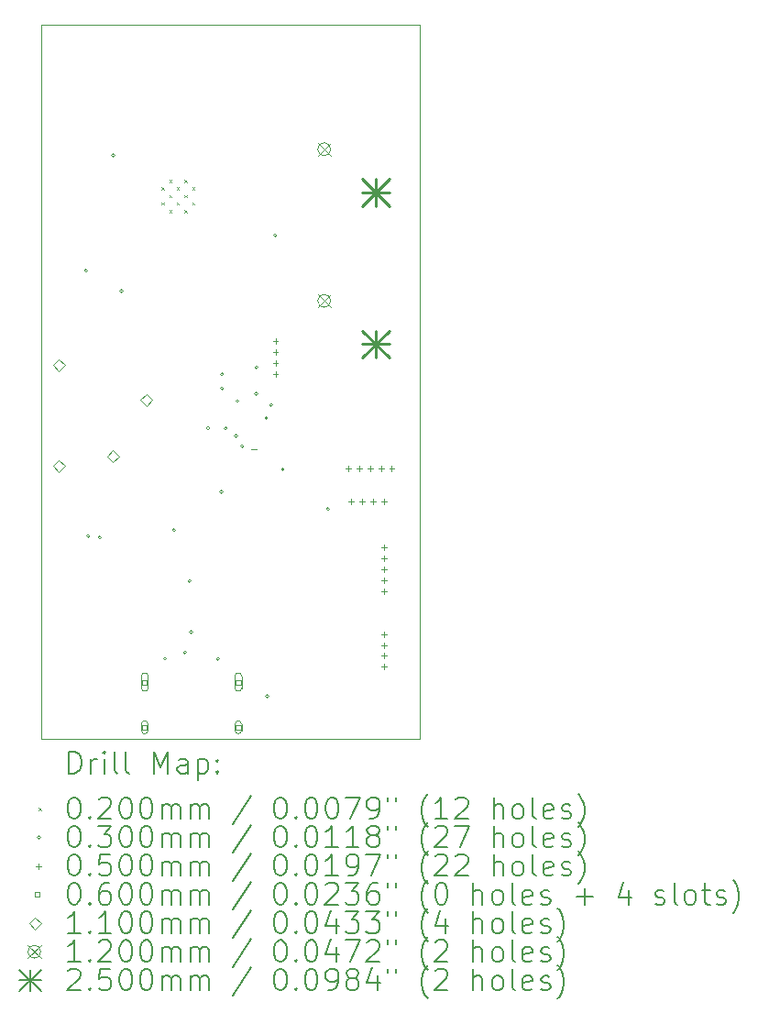
<source format=gbr>
%TF.GenerationSoftware,KiCad,Pcbnew,8.0.4*%
%TF.CreationDate,2024-08-02T16:32:21-04:00*%
%TF.ProjectId,adcesp32,61646365-7370-4333-922e-6b696361645f,rev?*%
%TF.SameCoordinates,Original*%
%TF.FileFunction,Drillmap*%
%TF.FilePolarity,Positive*%
%FSLAX45Y45*%
G04 Gerber Fmt 4.5, Leading zero omitted, Abs format (unit mm)*
G04 Created by KiCad (PCBNEW 8.0.4) date 2024-08-02 16:32:21*
%MOMM*%
%LPD*%
G01*
G04 APERTURE LIST*
%ADD10C,0.050000*%
%ADD11C,0.200000*%
%ADD12C,0.100000*%
%ADD13C,0.110000*%
%ADD14C,0.120000*%
%ADD15C,0.250000*%
G04 APERTURE END LIST*
D10*
X21925000Y-9425000D02*
X21975000Y-9425000D01*
X21925000Y-9425000D01*
X19985000Y-5500000D02*
X23485000Y-5500000D01*
X23485000Y-12100000D01*
X19985000Y-12100000D01*
X19985000Y-5500000D01*
D11*
D12*
X21100000Y-7003000D02*
X21120000Y-7023000D01*
X21120000Y-7003000D02*
X21100000Y-7023000D01*
X21100000Y-7143000D02*
X21120000Y-7163000D01*
X21120000Y-7143000D02*
X21100000Y-7163000D01*
X21170000Y-6933000D02*
X21190000Y-6953000D01*
X21190000Y-6933000D02*
X21170000Y-6953000D01*
X21170000Y-7073000D02*
X21190000Y-7093000D01*
X21190000Y-7073000D02*
X21170000Y-7093000D01*
X21170000Y-7213000D02*
X21190000Y-7233000D01*
X21190000Y-7213000D02*
X21170000Y-7233000D01*
X21240000Y-7003000D02*
X21260000Y-7023000D01*
X21260000Y-7003000D02*
X21240000Y-7023000D01*
X21240000Y-7143000D02*
X21260000Y-7163000D01*
X21260000Y-7143000D02*
X21240000Y-7163000D01*
X21310000Y-6933000D02*
X21330000Y-6953000D01*
X21330000Y-6933000D02*
X21310000Y-6953000D01*
X21310000Y-7073000D02*
X21330000Y-7093000D01*
X21330000Y-7073000D02*
X21310000Y-7093000D01*
X21310000Y-7213000D02*
X21330000Y-7233000D01*
X21330000Y-7213000D02*
X21310000Y-7233000D01*
X21380000Y-7003000D02*
X21400000Y-7023000D01*
X21400000Y-7003000D02*
X21380000Y-7023000D01*
X21380000Y-7143000D02*
X21400000Y-7163000D01*
X21400000Y-7143000D02*
X21380000Y-7163000D01*
X20414820Y-7773340D02*
G75*
G02*
X20384820Y-7773340I-15000J0D01*
G01*
X20384820Y-7773340D02*
G75*
G02*
X20414820Y-7773340I15000J0D01*
G01*
X20434830Y-10222820D02*
G75*
G02*
X20404830Y-10222820I-15000J0D01*
G01*
X20404830Y-10222820D02*
G75*
G02*
X20434830Y-10222820I15000J0D01*
G01*
X20540000Y-10235160D02*
G75*
G02*
X20510000Y-10235160I-15000J0D01*
G01*
X20510000Y-10235160D02*
G75*
G02*
X20540000Y-10235160I15000J0D01*
G01*
X20666320Y-6708020D02*
G75*
G02*
X20636320Y-6708020I-15000J0D01*
G01*
X20636320Y-6708020D02*
G75*
G02*
X20666320Y-6708020I15000J0D01*
G01*
X20741880Y-7959960D02*
G75*
G02*
X20711880Y-7959960I-15000J0D01*
G01*
X20711880Y-7959960D02*
G75*
G02*
X20741880Y-7959960I15000J0D01*
G01*
X21145000Y-11356710D02*
G75*
G02*
X21115000Y-11356710I-15000J0D01*
G01*
X21115000Y-11356710D02*
G75*
G02*
X21145000Y-11356710I15000J0D01*
G01*
X21229040Y-10167990D02*
G75*
G02*
X21199040Y-10167990I-15000J0D01*
G01*
X21199040Y-10167990D02*
G75*
G02*
X21229040Y-10167990I15000J0D01*
G01*
X21328600Y-11297420D02*
G75*
G02*
X21298600Y-11297420I-15000J0D01*
G01*
X21298600Y-11297420D02*
G75*
G02*
X21328600Y-11297420I15000J0D01*
G01*
X21370270Y-10637260D02*
G75*
G02*
X21340270Y-10637260I-15000J0D01*
G01*
X21340270Y-10637260D02*
G75*
G02*
X21370270Y-10637260I15000J0D01*
G01*
X21384990Y-11110290D02*
G75*
G02*
X21354990Y-11110290I-15000J0D01*
G01*
X21354990Y-11110290D02*
G75*
G02*
X21384990Y-11110290I15000J0D01*
G01*
X21543080Y-9227510D02*
G75*
G02*
X21513080Y-9227510I-15000J0D01*
G01*
X21513080Y-9227510D02*
G75*
G02*
X21543080Y-9227510I15000J0D01*
G01*
X21635000Y-11357590D02*
G75*
G02*
X21605000Y-11357590I-15000J0D01*
G01*
X21605000Y-11357590D02*
G75*
G02*
X21635000Y-11357590I15000J0D01*
G01*
X21665000Y-9816220D02*
G75*
G02*
X21635000Y-9816220I-15000J0D01*
G01*
X21635000Y-9816220D02*
G75*
G02*
X21665000Y-9816220I15000J0D01*
G01*
X21671310Y-8729160D02*
G75*
G02*
X21641310Y-8729160I-15000J0D01*
G01*
X21641310Y-8729160D02*
G75*
G02*
X21671310Y-8729160I15000J0D01*
G01*
X21672430Y-8861160D02*
G75*
G02*
X21642430Y-8861160I-15000J0D01*
G01*
X21642430Y-8861160D02*
G75*
G02*
X21672430Y-8861160I15000J0D01*
G01*
X21705530Y-9228340D02*
G75*
G02*
X21675530Y-9228340I-15000J0D01*
G01*
X21675530Y-9228340D02*
G75*
G02*
X21705530Y-9228340I15000J0D01*
G01*
X21800760Y-9297960D02*
G75*
G02*
X21770760Y-9297960I-15000J0D01*
G01*
X21770760Y-9297960D02*
G75*
G02*
X21800760Y-9297960I15000J0D01*
G01*
X21815000Y-8976060D02*
G75*
G02*
X21785000Y-8976060I-15000J0D01*
G01*
X21785000Y-8976060D02*
G75*
G02*
X21815000Y-8976060I15000J0D01*
G01*
X21857370Y-9392590D02*
G75*
G02*
X21827370Y-9392590I-15000J0D01*
G01*
X21827370Y-9392590D02*
G75*
G02*
X21857370Y-9392590I15000J0D01*
G01*
X21987450Y-8908830D02*
G75*
G02*
X21957450Y-8908830I-15000J0D01*
G01*
X21957450Y-8908830D02*
G75*
G02*
X21987450Y-8908830I15000J0D01*
G01*
X21987970Y-8665520D02*
G75*
G02*
X21957970Y-8665520I-15000J0D01*
G01*
X21957970Y-8665520D02*
G75*
G02*
X21987970Y-8665520I15000J0D01*
G01*
X22080190Y-9134400D02*
G75*
G02*
X22050190Y-9134400I-15000J0D01*
G01*
X22050190Y-9134400D02*
G75*
G02*
X22080190Y-9134400I15000J0D01*
G01*
X22090000Y-11702720D02*
G75*
G02*
X22060000Y-11702720I-15000J0D01*
G01*
X22060000Y-11702720D02*
G75*
G02*
X22090000Y-11702720I15000J0D01*
G01*
X22124350Y-9012220D02*
G75*
G02*
X22094350Y-9012220I-15000J0D01*
G01*
X22094350Y-9012220D02*
G75*
G02*
X22124350Y-9012220I15000J0D01*
G01*
X22162890Y-7444510D02*
G75*
G02*
X22132890Y-7444510I-15000J0D01*
G01*
X22132890Y-7444510D02*
G75*
G02*
X22162890Y-7444510I15000J0D01*
G01*
X22231440Y-9607110D02*
G75*
G02*
X22201440Y-9607110I-15000J0D01*
G01*
X22201440Y-9607110D02*
G75*
G02*
X22231440Y-9607110I15000J0D01*
G01*
X22650580Y-9972400D02*
G75*
G02*
X22620580Y-9972400I-15000J0D01*
G01*
X22620580Y-9972400D02*
G75*
G02*
X22650580Y-9972400I15000J0D01*
G01*
X22150000Y-8400000D02*
X22150000Y-8450000D01*
X22125000Y-8425000D02*
X22175000Y-8425000D01*
X22150000Y-8500000D02*
X22150000Y-8550000D01*
X22125000Y-8525000D02*
X22175000Y-8525000D01*
X22150000Y-8600000D02*
X22150000Y-8650000D01*
X22125000Y-8625000D02*
X22175000Y-8625000D01*
X22150000Y-8700000D02*
X22150000Y-8750000D01*
X22125000Y-8725000D02*
X22175000Y-8725000D01*
X22825000Y-9575000D02*
X22825000Y-9625000D01*
X22800000Y-9600000D02*
X22850000Y-9600000D01*
X22850000Y-9875000D02*
X22850000Y-9925000D01*
X22825000Y-9900000D02*
X22875000Y-9900000D01*
X22925000Y-9575000D02*
X22925000Y-9625000D01*
X22900000Y-9600000D02*
X22950000Y-9600000D01*
X22950000Y-9875000D02*
X22950000Y-9925000D01*
X22925000Y-9900000D02*
X22975000Y-9900000D01*
X23025000Y-9575000D02*
X23025000Y-9625000D01*
X23000000Y-9600000D02*
X23050000Y-9600000D01*
X23050000Y-9875000D02*
X23050000Y-9925000D01*
X23025000Y-9900000D02*
X23075000Y-9900000D01*
X23125000Y-9575000D02*
X23125000Y-9625000D01*
X23100000Y-9600000D02*
X23150000Y-9600000D01*
X23150000Y-9875000D02*
X23150000Y-9925000D01*
X23125000Y-9900000D02*
X23175000Y-9900000D01*
X23150570Y-10304430D02*
X23150570Y-10354430D01*
X23125570Y-10329430D02*
X23175570Y-10329430D01*
X23150570Y-10404430D02*
X23150570Y-10454430D01*
X23125570Y-10429430D02*
X23175570Y-10429430D01*
X23150570Y-10504430D02*
X23150570Y-10554430D01*
X23125570Y-10529430D02*
X23175570Y-10529430D01*
X23150570Y-10604430D02*
X23150570Y-10654430D01*
X23125570Y-10629430D02*
X23175570Y-10629430D01*
X23150570Y-10704430D02*
X23150570Y-10754430D01*
X23125570Y-10729430D02*
X23175570Y-10729430D01*
X23150570Y-11104430D02*
X23150570Y-11154430D01*
X23125570Y-11129430D02*
X23175570Y-11129430D01*
X23150570Y-11204430D02*
X23150570Y-11254430D01*
X23125570Y-11229430D02*
X23175570Y-11229430D01*
X23150570Y-11304430D02*
X23150570Y-11354430D01*
X23125570Y-11329430D02*
X23175570Y-11329430D01*
X23150570Y-11404430D02*
X23150570Y-11454430D01*
X23125570Y-11429430D02*
X23175570Y-11429430D01*
X23225000Y-9575000D02*
X23225000Y-9625000D01*
X23200000Y-9600000D02*
X23250000Y-9600000D01*
X20964213Y-11593213D02*
X20964213Y-11550787D01*
X20921787Y-11550787D01*
X20921787Y-11593213D01*
X20964213Y-11593213D01*
X20913000Y-11517000D02*
X20913000Y-11627000D01*
X20973000Y-11627000D02*
G75*
G02*
X20913000Y-11627000I-30000J0D01*
G01*
X20973000Y-11627000D02*
X20973000Y-11517000D01*
X20973000Y-11517000D02*
G75*
G03*
X20913000Y-11517000I-30000J0D01*
G01*
X20964213Y-12011213D02*
X20964213Y-11968787D01*
X20921787Y-11968787D01*
X20921787Y-12011213D01*
X20964213Y-12011213D01*
X20913000Y-11960000D02*
X20913000Y-12020000D01*
X20973000Y-12020000D02*
G75*
G02*
X20913000Y-12020000I-30000J0D01*
G01*
X20973000Y-12020000D02*
X20973000Y-11960000D01*
X20973000Y-11960000D02*
G75*
G03*
X20913000Y-11960000I-30000J0D01*
G01*
X21828213Y-11593213D02*
X21828213Y-11550787D01*
X21785787Y-11550787D01*
X21785787Y-11593213D01*
X21828213Y-11593213D01*
X21777000Y-11517000D02*
X21777000Y-11627000D01*
X21837000Y-11627000D02*
G75*
G02*
X21777000Y-11627000I-30000J0D01*
G01*
X21837000Y-11627000D02*
X21837000Y-11517000D01*
X21837000Y-11517000D02*
G75*
G03*
X21777000Y-11517000I-30000J0D01*
G01*
X21828213Y-12011213D02*
X21828213Y-11968787D01*
X21785787Y-11968787D01*
X21785787Y-12011213D01*
X21828213Y-12011213D01*
X21777000Y-11960000D02*
X21777000Y-12020000D01*
X21837000Y-12020000D02*
G75*
G02*
X21777000Y-12020000I-30000J0D01*
G01*
X21837000Y-12020000D02*
X21837000Y-11960000D01*
X21837000Y-11960000D02*
G75*
G03*
X21777000Y-11960000I-30000J0D01*
G01*
D13*
X20150000Y-8700000D02*
X20205000Y-8645000D01*
X20150000Y-8590000D01*
X20095000Y-8645000D01*
X20150000Y-8700000D01*
X20150000Y-9630000D02*
X20205000Y-9575000D01*
X20150000Y-9520000D01*
X20095000Y-9575000D01*
X20150000Y-9630000D01*
X20650000Y-9540000D02*
X20705000Y-9485000D01*
X20650000Y-9430000D01*
X20595000Y-9485000D01*
X20650000Y-9540000D01*
X20960000Y-9020000D02*
X21015000Y-8965000D01*
X20960000Y-8910000D01*
X20905000Y-8965000D01*
X20960000Y-9020000D01*
D14*
X22540000Y-6590000D02*
X22660000Y-6710000D01*
X22660000Y-6590000D02*
X22540000Y-6710000D01*
X22660000Y-6650000D02*
G75*
G02*
X22540000Y-6650000I-60000J0D01*
G01*
X22540000Y-6650000D02*
G75*
G02*
X22660000Y-6650000I60000J0D01*
G01*
X22540000Y-7990000D02*
X22660000Y-8110000D01*
X22660000Y-7990000D02*
X22540000Y-8110000D01*
X22660000Y-8050000D02*
G75*
G02*
X22540000Y-8050000I-60000J0D01*
G01*
X22540000Y-8050000D02*
G75*
G02*
X22660000Y-8050000I60000J0D01*
G01*
D15*
X22950000Y-6925000D02*
X23200000Y-7175000D01*
X23200000Y-6925000D02*
X22950000Y-7175000D01*
X23075000Y-6925000D02*
X23075000Y-7175000D01*
X22950000Y-7050000D02*
X23200000Y-7050000D01*
X22950000Y-8325000D02*
X23200000Y-8575000D01*
X23200000Y-8325000D02*
X22950000Y-8575000D01*
X23075000Y-8325000D02*
X23075000Y-8575000D01*
X22950000Y-8450000D02*
X23200000Y-8450000D01*
D11*
X20243277Y-12413984D02*
X20243277Y-12213984D01*
X20243277Y-12213984D02*
X20290896Y-12213984D01*
X20290896Y-12213984D02*
X20319467Y-12223508D01*
X20319467Y-12223508D02*
X20338515Y-12242555D01*
X20338515Y-12242555D02*
X20348039Y-12261603D01*
X20348039Y-12261603D02*
X20357563Y-12299698D01*
X20357563Y-12299698D02*
X20357563Y-12328269D01*
X20357563Y-12328269D02*
X20348039Y-12366365D01*
X20348039Y-12366365D02*
X20338515Y-12385412D01*
X20338515Y-12385412D02*
X20319467Y-12404460D01*
X20319467Y-12404460D02*
X20290896Y-12413984D01*
X20290896Y-12413984D02*
X20243277Y-12413984D01*
X20443277Y-12413984D02*
X20443277Y-12280650D01*
X20443277Y-12318746D02*
X20452801Y-12299698D01*
X20452801Y-12299698D02*
X20462324Y-12290174D01*
X20462324Y-12290174D02*
X20481372Y-12280650D01*
X20481372Y-12280650D02*
X20500420Y-12280650D01*
X20567086Y-12413984D02*
X20567086Y-12280650D01*
X20567086Y-12213984D02*
X20557563Y-12223508D01*
X20557563Y-12223508D02*
X20567086Y-12233031D01*
X20567086Y-12233031D02*
X20576610Y-12223508D01*
X20576610Y-12223508D02*
X20567086Y-12213984D01*
X20567086Y-12213984D02*
X20567086Y-12233031D01*
X20690896Y-12413984D02*
X20671848Y-12404460D01*
X20671848Y-12404460D02*
X20662324Y-12385412D01*
X20662324Y-12385412D02*
X20662324Y-12213984D01*
X20795658Y-12413984D02*
X20776610Y-12404460D01*
X20776610Y-12404460D02*
X20767086Y-12385412D01*
X20767086Y-12385412D02*
X20767086Y-12213984D01*
X21024229Y-12413984D02*
X21024229Y-12213984D01*
X21024229Y-12213984D02*
X21090896Y-12356841D01*
X21090896Y-12356841D02*
X21157563Y-12213984D01*
X21157563Y-12213984D02*
X21157563Y-12413984D01*
X21338515Y-12413984D02*
X21338515Y-12309222D01*
X21338515Y-12309222D02*
X21328991Y-12290174D01*
X21328991Y-12290174D02*
X21309944Y-12280650D01*
X21309944Y-12280650D02*
X21271848Y-12280650D01*
X21271848Y-12280650D02*
X21252801Y-12290174D01*
X21338515Y-12404460D02*
X21319467Y-12413984D01*
X21319467Y-12413984D02*
X21271848Y-12413984D01*
X21271848Y-12413984D02*
X21252801Y-12404460D01*
X21252801Y-12404460D02*
X21243277Y-12385412D01*
X21243277Y-12385412D02*
X21243277Y-12366365D01*
X21243277Y-12366365D02*
X21252801Y-12347317D01*
X21252801Y-12347317D02*
X21271848Y-12337793D01*
X21271848Y-12337793D02*
X21319467Y-12337793D01*
X21319467Y-12337793D02*
X21338515Y-12328269D01*
X21433753Y-12280650D02*
X21433753Y-12480650D01*
X21433753Y-12290174D02*
X21452801Y-12280650D01*
X21452801Y-12280650D02*
X21490896Y-12280650D01*
X21490896Y-12280650D02*
X21509944Y-12290174D01*
X21509944Y-12290174D02*
X21519467Y-12299698D01*
X21519467Y-12299698D02*
X21528991Y-12318746D01*
X21528991Y-12318746D02*
X21528991Y-12375888D01*
X21528991Y-12375888D02*
X21519467Y-12394936D01*
X21519467Y-12394936D02*
X21509944Y-12404460D01*
X21509944Y-12404460D02*
X21490896Y-12413984D01*
X21490896Y-12413984D02*
X21452801Y-12413984D01*
X21452801Y-12413984D02*
X21433753Y-12404460D01*
X21614705Y-12394936D02*
X21624229Y-12404460D01*
X21624229Y-12404460D02*
X21614705Y-12413984D01*
X21614705Y-12413984D02*
X21605182Y-12404460D01*
X21605182Y-12404460D02*
X21614705Y-12394936D01*
X21614705Y-12394936D02*
X21614705Y-12413984D01*
X21614705Y-12290174D02*
X21624229Y-12299698D01*
X21624229Y-12299698D02*
X21614705Y-12309222D01*
X21614705Y-12309222D02*
X21605182Y-12299698D01*
X21605182Y-12299698D02*
X21614705Y-12290174D01*
X21614705Y-12290174D02*
X21614705Y-12309222D01*
D12*
X19962500Y-12732500D02*
X19982500Y-12752500D01*
X19982500Y-12732500D02*
X19962500Y-12752500D01*
D11*
X20281372Y-12633984D02*
X20300420Y-12633984D01*
X20300420Y-12633984D02*
X20319467Y-12643508D01*
X20319467Y-12643508D02*
X20328991Y-12653031D01*
X20328991Y-12653031D02*
X20338515Y-12672079D01*
X20338515Y-12672079D02*
X20348039Y-12710174D01*
X20348039Y-12710174D02*
X20348039Y-12757793D01*
X20348039Y-12757793D02*
X20338515Y-12795888D01*
X20338515Y-12795888D02*
X20328991Y-12814936D01*
X20328991Y-12814936D02*
X20319467Y-12824460D01*
X20319467Y-12824460D02*
X20300420Y-12833984D01*
X20300420Y-12833984D02*
X20281372Y-12833984D01*
X20281372Y-12833984D02*
X20262324Y-12824460D01*
X20262324Y-12824460D02*
X20252801Y-12814936D01*
X20252801Y-12814936D02*
X20243277Y-12795888D01*
X20243277Y-12795888D02*
X20233753Y-12757793D01*
X20233753Y-12757793D02*
X20233753Y-12710174D01*
X20233753Y-12710174D02*
X20243277Y-12672079D01*
X20243277Y-12672079D02*
X20252801Y-12653031D01*
X20252801Y-12653031D02*
X20262324Y-12643508D01*
X20262324Y-12643508D02*
X20281372Y-12633984D01*
X20433753Y-12814936D02*
X20443277Y-12824460D01*
X20443277Y-12824460D02*
X20433753Y-12833984D01*
X20433753Y-12833984D02*
X20424229Y-12824460D01*
X20424229Y-12824460D02*
X20433753Y-12814936D01*
X20433753Y-12814936D02*
X20433753Y-12833984D01*
X20519467Y-12653031D02*
X20528991Y-12643508D01*
X20528991Y-12643508D02*
X20548039Y-12633984D01*
X20548039Y-12633984D02*
X20595658Y-12633984D01*
X20595658Y-12633984D02*
X20614705Y-12643508D01*
X20614705Y-12643508D02*
X20624229Y-12653031D01*
X20624229Y-12653031D02*
X20633753Y-12672079D01*
X20633753Y-12672079D02*
X20633753Y-12691127D01*
X20633753Y-12691127D02*
X20624229Y-12719698D01*
X20624229Y-12719698D02*
X20509944Y-12833984D01*
X20509944Y-12833984D02*
X20633753Y-12833984D01*
X20757563Y-12633984D02*
X20776610Y-12633984D01*
X20776610Y-12633984D02*
X20795658Y-12643508D01*
X20795658Y-12643508D02*
X20805182Y-12653031D01*
X20805182Y-12653031D02*
X20814705Y-12672079D01*
X20814705Y-12672079D02*
X20824229Y-12710174D01*
X20824229Y-12710174D02*
X20824229Y-12757793D01*
X20824229Y-12757793D02*
X20814705Y-12795888D01*
X20814705Y-12795888D02*
X20805182Y-12814936D01*
X20805182Y-12814936D02*
X20795658Y-12824460D01*
X20795658Y-12824460D02*
X20776610Y-12833984D01*
X20776610Y-12833984D02*
X20757563Y-12833984D01*
X20757563Y-12833984D02*
X20738515Y-12824460D01*
X20738515Y-12824460D02*
X20728991Y-12814936D01*
X20728991Y-12814936D02*
X20719467Y-12795888D01*
X20719467Y-12795888D02*
X20709944Y-12757793D01*
X20709944Y-12757793D02*
X20709944Y-12710174D01*
X20709944Y-12710174D02*
X20719467Y-12672079D01*
X20719467Y-12672079D02*
X20728991Y-12653031D01*
X20728991Y-12653031D02*
X20738515Y-12643508D01*
X20738515Y-12643508D02*
X20757563Y-12633984D01*
X20948039Y-12633984D02*
X20967086Y-12633984D01*
X20967086Y-12633984D02*
X20986134Y-12643508D01*
X20986134Y-12643508D02*
X20995658Y-12653031D01*
X20995658Y-12653031D02*
X21005182Y-12672079D01*
X21005182Y-12672079D02*
X21014705Y-12710174D01*
X21014705Y-12710174D02*
X21014705Y-12757793D01*
X21014705Y-12757793D02*
X21005182Y-12795888D01*
X21005182Y-12795888D02*
X20995658Y-12814936D01*
X20995658Y-12814936D02*
X20986134Y-12824460D01*
X20986134Y-12824460D02*
X20967086Y-12833984D01*
X20967086Y-12833984D02*
X20948039Y-12833984D01*
X20948039Y-12833984D02*
X20928991Y-12824460D01*
X20928991Y-12824460D02*
X20919467Y-12814936D01*
X20919467Y-12814936D02*
X20909944Y-12795888D01*
X20909944Y-12795888D02*
X20900420Y-12757793D01*
X20900420Y-12757793D02*
X20900420Y-12710174D01*
X20900420Y-12710174D02*
X20909944Y-12672079D01*
X20909944Y-12672079D02*
X20919467Y-12653031D01*
X20919467Y-12653031D02*
X20928991Y-12643508D01*
X20928991Y-12643508D02*
X20948039Y-12633984D01*
X21100420Y-12833984D02*
X21100420Y-12700650D01*
X21100420Y-12719698D02*
X21109944Y-12710174D01*
X21109944Y-12710174D02*
X21128991Y-12700650D01*
X21128991Y-12700650D02*
X21157563Y-12700650D01*
X21157563Y-12700650D02*
X21176610Y-12710174D01*
X21176610Y-12710174D02*
X21186134Y-12729222D01*
X21186134Y-12729222D02*
X21186134Y-12833984D01*
X21186134Y-12729222D02*
X21195658Y-12710174D01*
X21195658Y-12710174D02*
X21214705Y-12700650D01*
X21214705Y-12700650D02*
X21243277Y-12700650D01*
X21243277Y-12700650D02*
X21262325Y-12710174D01*
X21262325Y-12710174D02*
X21271848Y-12729222D01*
X21271848Y-12729222D02*
X21271848Y-12833984D01*
X21367086Y-12833984D02*
X21367086Y-12700650D01*
X21367086Y-12719698D02*
X21376610Y-12710174D01*
X21376610Y-12710174D02*
X21395658Y-12700650D01*
X21395658Y-12700650D02*
X21424229Y-12700650D01*
X21424229Y-12700650D02*
X21443277Y-12710174D01*
X21443277Y-12710174D02*
X21452801Y-12729222D01*
X21452801Y-12729222D02*
X21452801Y-12833984D01*
X21452801Y-12729222D02*
X21462325Y-12710174D01*
X21462325Y-12710174D02*
X21481372Y-12700650D01*
X21481372Y-12700650D02*
X21509944Y-12700650D01*
X21509944Y-12700650D02*
X21528991Y-12710174D01*
X21528991Y-12710174D02*
X21538515Y-12729222D01*
X21538515Y-12729222D02*
X21538515Y-12833984D01*
X21928991Y-12624460D02*
X21757563Y-12881603D01*
X22186134Y-12633984D02*
X22205182Y-12633984D01*
X22205182Y-12633984D02*
X22224229Y-12643508D01*
X22224229Y-12643508D02*
X22233753Y-12653031D01*
X22233753Y-12653031D02*
X22243277Y-12672079D01*
X22243277Y-12672079D02*
X22252801Y-12710174D01*
X22252801Y-12710174D02*
X22252801Y-12757793D01*
X22252801Y-12757793D02*
X22243277Y-12795888D01*
X22243277Y-12795888D02*
X22233753Y-12814936D01*
X22233753Y-12814936D02*
X22224229Y-12824460D01*
X22224229Y-12824460D02*
X22205182Y-12833984D01*
X22205182Y-12833984D02*
X22186134Y-12833984D01*
X22186134Y-12833984D02*
X22167087Y-12824460D01*
X22167087Y-12824460D02*
X22157563Y-12814936D01*
X22157563Y-12814936D02*
X22148039Y-12795888D01*
X22148039Y-12795888D02*
X22138515Y-12757793D01*
X22138515Y-12757793D02*
X22138515Y-12710174D01*
X22138515Y-12710174D02*
X22148039Y-12672079D01*
X22148039Y-12672079D02*
X22157563Y-12653031D01*
X22157563Y-12653031D02*
X22167087Y-12643508D01*
X22167087Y-12643508D02*
X22186134Y-12633984D01*
X22338515Y-12814936D02*
X22348039Y-12824460D01*
X22348039Y-12824460D02*
X22338515Y-12833984D01*
X22338515Y-12833984D02*
X22328991Y-12824460D01*
X22328991Y-12824460D02*
X22338515Y-12814936D01*
X22338515Y-12814936D02*
X22338515Y-12833984D01*
X22471848Y-12633984D02*
X22490896Y-12633984D01*
X22490896Y-12633984D02*
X22509944Y-12643508D01*
X22509944Y-12643508D02*
X22519467Y-12653031D01*
X22519467Y-12653031D02*
X22528991Y-12672079D01*
X22528991Y-12672079D02*
X22538515Y-12710174D01*
X22538515Y-12710174D02*
X22538515Y-12757793D01*
X22538515Y-12757793D02*
X22528991Y-12795888D01*
X22528991Y-12795888D02*
X22519467Y-12814936D01*
X22519467Y-12814936D02*
X22509944Y-12824460D01*
X22509944Y-12824460D02*
X22490896Y-12833984D01*
X22490896Y-12833984D02*
X22471848Y-12833984D01*
X22471848Y-12833984D02*
X22452801Y-12824460D01*
X22452801Y-12824460D02*
X22443277Y-12814936D01*
X22443277Y-12814936D02*
X22433753Y-12795888D01*
X22433753Y-12795888D02*
X22424229Y-12757793D01*
X22424229Y-12757793D02*
X22424229Y-12710174D01*
X22424229Y-12710174D02*
X22433753Y-12672079D01*
X22433753Y-12672079D02*
X22443277Y-12653031D01*
X22443277Y-12653031D02*
X22452801Y-12643508D01*
X22452801Y-12643508D02*
X22471848Y-12633984D01*
X22662325Y-12633984D02*
X22681372Y-12633984D01*
X22681372Y-12633984D02*
X22700420Y-12643508D01*
X22700420Y-12643508D02*
X22709944Y-12653031D01*
X22709944Y-12653031D02*
X22719467Y-12672079D01*
X22719467Y-12672079D02*
X22728991Y-12710174D01*
X22728991Y-12710174D02*
X22728991Y-12757793D01*
X22728991Y-12757793D02*
X22719467Y-12795888D01*
X22719467Y-12795888D02*
X22709944Y-12814936D01*
X22709944Y-12814936D02*
X22700420Y-12824460D01*
X22700420Y-12824460D02*
X22681372Y-12833984D01*
X22681372Y-12833984D02*
X22662325Y-12833984D01*
X22662325Y-12833984D02*
X22643277Y-12824460D01*
X22643277Y-12824460D02*
X22633753Y-12814936D01*
X22633753Y-12814936D02*
X22624229Y-12795888D01*
X22624229Y-12795888D02*
X22614706Y-12757793D01*
X22614706Y-12757793D02*
X22614706Y-12710174D01*
X22614706Y-12710174D02*
X22624229Y-12672079D01*
X22624229Y-12672079D02*
X22633753Y-12653031D01*
X22633753Y-12653031D02*
X22643277Y-12643508D01*
X22643277Y-12643508D02*
X22662325Y-12633984D01*
X22795658Y-12633984D02*
X22928991Y-12633984D01*
X22928991Y-12633984D02*
X22843277Y-12833984D01*
X23014706Y-12833984D02*
X23052801Y-12833984D01*
X23052801Y-12833984D02*
X23071848Y-12824460D01*
X23071848Y-12824460D02*
X23081372Y-12814936D01*
X23081372Y-12814936D02*
X23100420Y-12786365D01*
X23100420Y-12786365D02*
X23109944Y-12748269D01*
X23109944Y-12748269D02*
X23109944Y-12672079D01*
X23109944Y-12672079D02*
X23100420Y-12653031D01*
X23100420Y-12653031D02*
X23090896Y-12643508D01*
X23090896Y-12643508D02*
X23071848Y-12633984D01*
X23071848Y-12633984D02*
X23033753Y-12633984D01*
X23033753Y-12633984D02*
X23014706Y-12643508D01*
X23014706Y-12643508D02*
X23005182Y-12653031D01*
X23005182Y-12653031D02*
X22995658Y-12672079D01*
X22995658Y-12672079D02*
X22995658Y-12719698D01*
X22995658Y-12719698D02*
X23005182Y-12738746D01*
X23005182Y-12738746D02*
X23014706Y-12748269D01*
X23014706Y-12748269D02*
X23033753Y-12757793D01*
X23033753Y-12757793D02*
X23071848Y-12757793D01*
X23071848Y-12757793D02*
X23090896Y-12748269D01*
X23090896Y-12748269D02*
X23100420Y-12738746D01*
X23100420Y-12738746D02*
X23109944Y-12719698D01*
X23186134Y-12633984D02*
X23186134Y-12672079D01*
X23262325Y-12633984D02*
X23262325Y-12672079D01*
X23557563Y-12910174D02*
X23548039Y-12900650D01*
X23548039Y-12900650D02*
X23528991Y-12872079D01*
X23528991Y-12872079D02*
X23519468Y-12853031D01*
X23519468Y-12853031D02*
X23509944Y-12824460D01*
X23509944Y-12824460D02*
X23500420Y-12776841D01*
X23500420Y-12776841D02*
X23500420Y-12738746D01*
X23500420Y-12738746D02*
X23509944Y-12691127D01*
X23509944Y-12691127D02*
X23519468Y-12662555D01*
X23519468Y-12662555D02*
X23528991Y-12643508D01*
X23528991Y-12643508D02*
X23548039Y-12614936D01*
X23548039Y-12614936D02*
X23557563Y-12605412D01*
X23738515Y-12833984D02*
X23624229Y-12833984D01*
X23681372Y-12833984D02*
X23681372Y-12633984D01*
X23681372Y-12633984D02*
X23662325Y-12662555D01*
X23662325Y-12662555D02*
X23643277Y-12681603D01*
X23643277Y-12681603D02*
X23624229Y-12691127D01*
X23814706Y-12653031D02*
X23824229Y-12643508D01*
X23824229Y-12643508D02*
X23843277Y-12633984D01*
X23843277Y-12633984D02*
X23890896Y-12633984D01*
X23890896Y-12633984D02*
X23909944Y-12643508D01*
X23909944Y-12643508D02*
X23919468Y-12653031D01*
X23919468Y-12653031D02*
X23928991Y-12672079D01*
X23928991Y-12672079D02*
X23928991Y-12691127D01*
X23928991Y-12691127D02*
X23919468Y-12719698D01*
X23919468Y-12719698D02*
X23805182Y-12833984D01*
X23805182Y-12833984D02*
X23928991Y-12833984D01*
X24167087Y-12833984D02*
X24167087Y-12633984D01*
X24252801Y-12833984D02*
X24252801Y-12729222D01*
X24252801Y-12729222D02*
X24243277Y-12710174D01*
X24243277Y-12710174D02*
X24224230Y-12700650D01*
X24224230Y-12700650D02*
X24195658Y-12700650D01*
X24195658Y-12700650D02*
X24176610Y-12710174D01*
X24176610Y-12710174D02*
X24167087Y-12719698D01*
X24376610Y-12833984D02*
X24357563Y-12824460D01*
X24357563Y-12824460D02*
X24348039Y-12814936D01*
X24348039Y-12814936D02*
X24338515Y-12795888D01*
X24338515Y-12795888D02*
X24338515Y-12738746D01*
X24338515Y-12738746D02*
X24348039Y-12719698D01*
X24348039Y-12719698D02*
X24357563Y-12710174D01*
X24357563Y-12710174D02*
X24376610Y-12700650D01*
X24376610Y-12700650D02*
X24405182Y-12700650D01*
X24405182Y-12700650D02*
X24424230Y-12710174D01*
X24424230Y-12710174D02*
X24433753Y-12719698D01*
X24433753Y-12719698D02*
X24443277Y-12738746D01*
X24443277Y-12738746D02*
X24443277Y-12795888D01*
X24443277Y-12795888D02*
X24433753Y-12814936D01*
X24433753Y-12814936D02*
X24424230Y-12824460D01*
X24424230Y-12824460D02*
X24405182Y-12833984D01*
X24405182Y-12833984D02*
X24376610Y-12833984D01*
X24557563Y-12833984D02*
X24538515Y-12824460D01*
X24538515Y-12824460D02*
X24528991Y-12805412D01*
X24528991Y-12805412D02*
X24528991Y-12633984D01*
X24709944Y-12824460D02*
X24690896Y-12833984D01*
X24690896Y-12833984D02*
X24652801Y-12833984D01*
X24652801Y-12833984D02*
X24633753Y-12824460D01*
X24633753Y-12824460D02*
X24624230Y-12805412D01*
X24624230Y-12805412D02*
X24624230Y-12729222D01*
X24624230Y-12729222D02*
X24633753Y-12710174D01*
X24633753Y-12710174D02*
X24652801Y-12700650D01*
X24652801Y-12700650D02*
X24690896Y-12700650D01*
X24690896Y-12700650D02*
X24709944Y-12710174D01*
X24709944Y-12710174D02*
X24719468Y-12729222D01*
X24719468Y-12729222D02*
X24719468Y-12748269D01*
X24719468Y-12748269D02*
X24624230Y-12767317D01*
X24795658Y-12824460D02*
X24814706Y-12833984D01*
X24814706Y-12833984D02*
X24852801Y-12833984D01*
X24852801Y-12833984D02*
X24871849Y-12824460D01*
X24871849Y-12824460D02*
X24881372Y-12805412D01*
X24881372Y-12805412D02*
X24881372Y-12795888D01*
X24881372Y-12795888D02*
X24871849Y-12776841D01*
X24871849Y-12776841D02*
X24852801Y-12767317D01*
X24852801Y-12767317D02*
X24824230Y-12767317D01*
X24824230Y-12767317D02*
X24805182Y-12757793D01*
X24805182Y-12757793D02*
X24795658Y-12738746D01*
X24795658Y-12738746D02*
X24795658Y-12729222D01*
X24795658Y-12729222D02*
X24805182Y-12710174D01*
X24805182Y-12710174D02*
X24824230Y-12700650D01*
X24824230Y-12700650D02*
X24852801Y-12700650D01*
X24852801Y-12700650D02*
X24871849Y-12710174D01*
X24948039Y-12910174D02*
X24957563Y-12900650D01*
X24957563Y-12900650D02*
X24976611Y-12872079D01*
X24976611Y-12872079D02*
X24986134Y-12853031D01*
X24986134Y-12853031D02*
X24995658Y-12824460D01*
X24995658Y-12824460D02*
X25005182Y-12776841D01*
X25005182Y-12776841D02*
X25005182Y-12738746D01*
X25005182Y-12738746D02*
X24995658Y-12691127D01*
X24995658Y-12691127D02*
X24986134Y-12662555D01*
X24986134Y-12662555D02*
X24976611Y-12643508D01*
X24976611Y-12643508D02*
X24957563Y-12614936D01*
X24957563Y-12614936D02*
X24948039Y-12605412D01*
D12*
X19982500Y-13006500D02*
G75*
G02*
X19952500Y-13006500I-15000J0D01*
G01*
X19952500Y-13006500D02*
G75*
G02*
X19982500Y-13006500I15000J0D01*
G01*
D11*
X20281372Y-12897984D02*
X20300420Y-12897984D01*
X20300420Y-12897984D02*
X20319467Y-12907508D01*
X20319467Y-12907508D02*
X20328991Y-12917031D01*
X20328991Y-12917031D02*
X20338515Y-12936079D01*
X20338515Y-12936079D02*
X20348039Y-12974174D01*
X20348039Y-12974174D02*
X20348039Y-13021793D01*
X20348039Y-13021793D02*
X20338515Y-13059888D01*
X20338515Y-13059888D02*
X20328991Y-13078936D01*
X20328991Y-13078936D02*
X20319467Y-13088460D01*
X20319467Y-13088460D02*
X20300420Y-13097984D01*
X20300420Y-13097984D02*
X20281372Y-13097984D01*
X20281372Y-13097984D02*
X20262324Y-13088460D01*
X20262324Y-13088460D02*
X20252801Y-13078936D01*
X20252801Y-13078936D02*
X20243277Y-13059888D01*
X20243277Y-13059888D02*
X20233753Y-13021793D01*
X20233753Y-13021793D02*
X20233753Y-12974174D01*
X20233753Y-12974174D02*
X20243277Y-12936079D01*
X20243277Y-12936079D02*
X20252801Y-12917031D01*
X20252801Y-12917031D02*
X20262324Y-12907508D01*
X20262324Y-12907508D02*
X20281372Y-12897984D01*
X20433753Y-13078936D02*
X20443277Y-13088460D01*
X20443277Y-13088460D02*
X20433753Y-13097984D01*
X20433753Y-13097984D02*
X20424229Y-13088460D01*
X20424229Y-13088460D02*
X20433753Y-13078936D01*
X20433753Y-13078936D02*
X20433753Y-13097984D01*
X20509944Y-12897984D02*
X20633753Y-12897984D01*
X20633753Y-12897984D02*
X20567086Y-12974174D01*
X20567086Y-12974174D02*
X20595658Y-12974174D01*
X20595658Y-12974174D02*
X20614705Y-12983698D01*
X20614705Y-12983698D02*
X20624229Y-12993222D01*
X20624229Y-12993222D02*
X20633753Y-13012269D01*
X20633753Y-13012269D02*
X20633753Y-13059888D01*
X20633753Y-13059888D02*
X20624229Y-13078936D01*
X20624229Y-13078936D02*
X20614705Y-13088460D01*
X20614705Y-13088460D02*
X20595658Y-13097984D01*
X20595658Y-13097984D02*
X20538515Y-13097984D01*
X20538515Y-13097984D02*
X20519467Y-13088460D01*
X20519467Y-13088460D02*
X20509944Y-13078936D01*
X20757563Y-12897984D02*
X20776610Y-12897984D01*
X20776610Y-12897984D02*
X20795658Y-12907508D01*
X20795658Y-12907508D02*
X20805182Y-12917031D01*
X20805182Y-12917031D02*
X20814705Y-12936079D01*
X20814705Y-12936079D02*
X20824229Y-12974174D01*
X20824229Y-12974174D02*
X20824229Y-13021793D01*
X20824229Y-13021793D02*
X20814705Y-13059888D01*
X20814705Y-13059888D02*
X20805182Y-13078936D01*
X20805182Y-13078936D02*
X20795658Y-13088460D01*
X20795658Y-13088460D02*
X20776610Y-13097984D01*
X20776610Y-13097984D02*
X20757563Y-13097984D01*
X20757563Y-13097984D02*
X20738515Y-13088460D01*
X20738515Y-13088460D02*
X20728991Y-13078936D01*
X20728991Y-13078936D02*
X20719467Y-13059888D01*
X20719467Y-13059888D02*
X20709944Y-13021793D01*
X20709944Y-13021793D02*
X20709944Y-12974174D01*
X20709944Y-12974174D02*
X20719467Y-12936079D01*
X20719467Y-12936079D02*
X20728991Y-12917031D01*
X20728991Y-12917031D02*
X20738515Y-12907508D01*
X20738515Y-12907508D02*
X20757563Y-12897984D01*
X20948039Y-12897984D02*
X20967086Y-12897984D01*
X20967086Y-12897984D02*
X20986134Y-12907508D01*
X20986134Y-12907508D02*
X20995658Y-12917031D01*
X20995658Y-12917031D02*
X21005182Y-12936079D01*
X21005182Y-12936079D02*
X21014705Y-12974174D01*
X21014705Y-12974174D02*
X21014705Y-13021793D01*
X21014705Y-13021793D02*
X21005182Y-13059888D01*
X21005182Y-13059888D02*
X20995658Y-13078936D01*
X20995658Y-13078936D02*
X20986134Y-13088460D01*
X20986134Y-13088460D02*
X20967086Y-13097984D01*
X20967086Y-13097984D02*
X20948039Y-13097984D01*
X20948039Y-13097984D02*
X20928991Y-13088460D01*
X20928991Y-13088460D02*
X20919467Y-13078936D01*
X20919467Y-13078936D02*
X20909944Y-13059888D01*
X20909944Y-13059888D02*
X20900420Y-13021793D01*
X20900420Y-13021793D02*
X20900420Y-12974174D01*
X20900420Y-12974174D02*
X20909944Y-12936079D01*
X20909944Y-12936079D02*
X20919467Y-12917031D01*
X20919467Y-12917031D02*
X20928991Y-12907508D01*
X20928991Y-12907508D02*
X20948039Y-12897984D01*
X21100420Y-13097984D02*
X21100420Y-12964650D01*
X21100420Y-12983698D02*
X21109944Y-12974174D01*
X21109944Y-12974174D02*
X21128991Y-12964650D01*
X21128991Y-12964650D02*
X21157563Y-12964650D01*
X21157563Y-12964650D02*
X21176610Y-12974174D01*
X21176610Y-12974174D02*
X21186134Y-12993222D01*
X21186134Y-12993222D02*
X21186134Y-13097984D01*
X21186134Y-12993222D02*
X21195658Y-12974174D01*
X21195658Y-12974174D02*
X21214705Y-12964650D01*
X21214705Y-12964650D02*
X21243277Y-12964650D01*
X21243277Y-12964650D02*
X21262325Y-12974174D01*
X21262325Y-12974174D02*
X21271848Y-12993222D01*
X21271848Y-12993222D02*
X21271848Y-13097984D01*
X21367086Y-13097984D02*
X21367086Y-12964650D01*
X21367086Y-12983698D02*
X21376610Y-12974174D01*
X21376610Y-12974174D02*
X21395658Y-12964650D01*
X21395658Y-12964650D02*
X21424229Y-12964650D01*
X21424229Y-12964650D02*
X21443277Y-12974174D01*
X21443277Y-12974174D02*
X21452801Y-12993222D01*
X21452801Y-12993222D02*
X21452801Y-13097984D01*
X21452801Y-12993222D02*
X21462325Y-12974174D01*
X21462325Y-12974174D02*
X21481372Y-12964650D01*
X21481372Y-12964650D02*
X21509944Y-12964650D01*
X21509944Y-12964650D02*
X21528991Y-12974174D01*
X21528991Y-12974174D02*
X21538515Y-12993222D01*
X21538515Y-12993222D02*
X21538515Y-13097984D01*
X21928991Y-12888460D02*
X21757563Y-13145603D01*
X22186134Y-12897984D02*
X22205182Y-12897984D01*
X22205182Y-12897984D02*
X22224229Y-12907508D01*
X22224229Y-12907508D02*
X22233753Y-12917031D01*
X22233753Y-12917031D02*
X22243277Y-12936079D01*
X22243277Y-12936079D02*
X22252801Y-12974174D01*
X22252801Y-12974174D02*
X22252801Y-13021793D01*
X22252801Y-13021793D02*
X22243277Y-13059888D01*
X22243277Y-13059888D02*
X22233753Y-13078936D01*
X22233753Y-13078936D02*
X22224229Y-13088460D01*
X22224229Y-13088460D02*
X22205182Y-13097984D01*
X22205182Y-13097984D02*
X22186134Y-13097984D01*
X22186134Y-13097984D02*
X22167087Y-13088460D01*
X22167087Y-13088460D02*
X22157563Y-13078936D01*
X22157563Y-13078936D02*
X22148039Y-13059888D01*
X22148039Y-13059888D02*
X22138515Y-13021793D01*
X22138515Y-13021793D02*
X22138515Y-12974174D01*
X22138515Y-12974174D02*
X22148039Y-12936079D01*
X22148039Y-12936079D02*
X22157563Y-12917031D01*
X22157563Y-12917031D02*
X22167087Y-12907508D01*
X22167087Y-12907508D02*
X22186134Y-12897984D01*
X22338515Y-13078936D02*
X22348039Y-13088460D01*
X22348039Y-13088460D02*
X22338515Y-13097984D01*
X22338515Y-13097984D02*
X22328991Y-13088460D01*
X22328991Y-13088460D02*
X22338515Y-13078936D01*
X22338515Y-13078936D02*
X22338515Y-13097984D01*
X22471848Y-12897984D02*
X22490896Y-12897984D01*
X22490896Y-12897984D02*
X22509944Y-12907508D01*
X22509944Y-12907508D02*
X22519467Y-12917031D01*
X22519467Y-12917031D02*
X22528991Y-12936079D01*
X22528991Y-12936079D02*
X22538515Y-12974174D01*
X22538515Y-12974174D02*
X22538515Y-13021793D01*
X22538515Y-13021793D02*
X22528991Y-13059888D01*
X22528991Y-13059888D02*
X22519467Y-13078936D01*
X22519467Y-13078936D02*
X22509944Y-13088460D01*
X22509944Y-13088460D02*
X22490896Y-13097984D01*
X22490896Y-13097984D02*
X22471848Y-13097984D01*
X22471848Y-13097984D02*
X22452801Y-13088460D01*
X22452801Y-13088460D02*
X22443277Y-13078936D01*
X22443277Y-13078936D02*
X22433753Y-13059888D01*
X22433753Y-13059888D02*
X22424229Y-13021793D01*
X22424229Y-13021793D02*
X22424229Y-12974174D01*
X22424229Y-12974174D02*
X22433753Y-12936079D01*
X22433753Y-12936079D02*
X22443277Y-12917031D01*
X22443277Y-12917031D02*
X22452801Y-12907508D01*
X22452801Y-12907508D02*
X22471848Y-12897984D01*
X22728991Y-13097984D02*
X22614706Y-13097984D01*
X22671848Y-13097984D02*
X22671848Y-12897984D01*
X22671848Y-12897984D02*
X22652801Y-12926555D01*
X22652801Y-12926555D02*
X22633753Y-12945603D01*
X22633753Y-12945603D02*
X22614706Y-12955127D01*
X22919467Y-13097984D02*
X22805182Y-13097984D01*
X22862325Y-13097984D02*
X22862325Y-12897984D01*
X22862325Y-12897984D02*
X22843277Y-12926555D01*
X22843277Y-12926555D02*
X22824229Y-12945603D01*
X22824229Y-12945603D02*
X22805182Y-12955127D01*
X23033753Y-12983698D02*
X23014706Y-12974174D01*
X23014706Y-12974174D02*
X23005182Y-12964650D01*
X23005182Y-12964650D02*
X22995658Y-12945603D01*
X22995658Y-12945603D02*
X22995658Y-12936079D01*
X22995658Y-12936079D02*
X23005182Y-12917031D01*
X23005182Y-12917031D02*
X23014706Y-12907508D01*
X23014706Y-12907508D02*
X23033753Y-12897984D01*
X23033753Y-12897984D02*
X23071848Y-12897984D01*
X23071848Y-12897984D02*
X23090896Y-12907508D01*
X23090896Y-12907508D02*
X23100420Y-12917031D01*
X23100420Y-12917031D02*
X23109944Y-12936079D01*
X23109944Y-12936079D02*
X23109944Y-12945603D01*
X23109944Y-12945603D02*
X23100420Y-12964650D01*
X23100420Y-12964650D02*
X23090896Y-12974174D01*
X23090896Y-12974174D02*
X23071848Y-12983698D01*
X23071848Y-12983698D02*
X23033753Y-12983698D01*
X23033753Y-12983698D02*
X23014706Y-12993222D01*
X23014706Y-12993222D02*
X23005182Y-13002746D01*
X23005182Y-13002746D02*
X22995658Y-13021793D01*
X22995658Y-13021793D02*
X22995658Y-13059888D01*
X22995658Y-13059888D02*
X23005182Y-13078936D01*
X23005182Y-13078936D02*
X23014706Y-13088460D01*
X23014706Y-13088460D02*
X23033753Y-13097984D01*
X23033753Y-13097984D02*
X23071848Y-13097984D01*
X23071848Y-13097984D02*
X23090896Y-13088460D01*
X23090896Y-13088460D02*
X23100420Y-13078936D01*
X23100420Y-13078936D02*
X23109944Y-13059888D01*
X23109944Y-13059888D02*
X23109944Y-13021793D01*
X23109944Y-13021793D02*
X23100420Y-13002746D01*
X23100420Y-13002746D02*
X23090896Y-12993222D01*
X23090896Y-12993222D02*
X23071848Y-12983698D01*
X23186134Y-12897984D02*
X23186134Y-12936079D01*
X23262325Y-12897984D02*
X23262325Y-12936079D01*
X23557563Y-13174174D02*
X23548039Y-13164650D01*
X23548039Y-13164650D02*
X23528991Y-13136079D01*
X23528991Y-13136079D02*
X23519468Y-13117031D01*
X23519468Y-13117031D02*
X23509944Y-13088460D01*
X23509944Y-13088460D02*
X23500420Y-13040841D01*
X23500420Y-13040841D02*
X23500420Y-13002746D01*
X23500420Y-13002746D02*
X23509944Y-12955127D01*
X23509944Y-12955127D02*
X23519468Y-12926555D01*
X23519468Y-12926555D02*
X23528991Y-12907508D01*
X23528991Y-12907508D02*
X23548039Y-12878936D01*
X23548039Y-12878936D02*
X23557563Y-12869412D01*
X23624229Y-12917031D02*
X23633753Y-12907508D01*
X23633753Y-12907508D02*
X23652801Y-12897984D01*
X23652801Y-12897984D02*
X23700420Y-12897984D01*
X23700420Y-12897984D02*
X23719468Y-12907508D01*
X23719468Y-12907508D02*
X23728991Y-12917031D01*
X23728991Y-12917031D02*
X23738515Y-12936079D01*
X23738515Y-12936079D02*
X23738515Y-12955127D01*
X23738515Y-12955127D02*
X23728991Y-12983698D01*
X23728991Y-12983698D02*
X23614706Y-13097984D01*
X23614706Y-13097984D02*
X23738515Y-13097984D01*
X23805182Y-12897984D02*
X23938515Y-12897984D01*
X23938515Y-12897984D02*
X23852801Y-13097984D01*
X24167087Y-13097984D02*
X24167087Y-12897984D01*
X24252801Y-13097984D02*
X24252801Y-12993222D01*
X24252801Y-12993222D02*
X24243277Y-12974174D01*
X24243277Y-12974174D02*
X24224230Y-12964650D01*
X24224230Y-12964650D02*
X24195658Y-12964650D01*
X24195658Y-12964650D02*
X24176610Y-12974174D01*
X24176610Y-12974174D02*
X24167087Y-12983698D01*
X24376610Y-13097984D02*
X24357563Y-13088460D01*
X24357563Y-13088460D02*
X24348039Y-13078936D01*
X24348039Y-13078936D02*
X24338515Y-13059888D01*
X24338515Y-13059888D02*
X24338515Y-13002746D01*
X24338515Y-13002746D02*
X24348039Y-12983698D01*
X24348039Y-12983698D02*
X24357563Y-12974174D01*
X24357563Y-12974174D02*
X24376610Y-12964650D01*
X24376610Y-12964650D02*
X24405182Y-12964650D01*
X24405182Y-12964650D02*
X24424230Y-12974174D01*
X24424230Y-12974174D02*
X24433753Y-12983698D01*
X24433753Y-12983698D02*
X24443277Y-13002746D01*
X24443277Y-13002746D02*
X24443277Y-13059888D01*
X24443277Y-13059888D02*
X24433753Y-13078936D01*
X24433753Y-13078936D02*
X24424230Y-13088460D01*
X24424230Y-13088460D02*
X24405182Y-13097984D01*
X24405182Y-13097984D02*
X24376610Y-13097984D01*
X24557563Y-13097984D02*
X24538515Y-13088460D01*
X24538515Y-13088460D02*
X24528991Y-13069412D01*
X24528991Y-13069412D02*
X24528991Y-12897984D01*
X24709944Y-13088460D02*
X24690896Y-13097984D01*
X24690896Y-13097984D02*
X24652801Y-13097984D01*
X24652801Y-13097984D02*
X24633753Y-13088460D01*
X24633753Y-13088460D02*
X24624230Y-13069412D01*
X24624230Y-13069412D02*
X24624230Y-12993222D01*
X24624230Y-12993222D02*
X24633753Y-12974174D01*
X24633753Y-12974174D02*
X24652801Y-12964650D01*
X24652801Y-12964650D02*
X24690896Y-12964650D01*
X24690896Y-12964650D02*
X24709944Y-12974174D01*
X24709944Y-12974174D02*
X24719468Y-12993222D01*
X24719468Y-12993222D02*
X24719468Y-13012269D01*
X24719468Y-13012269D02*
X24624230Y-13031317D01*
X24795658Y-13088460D02*
X24814706Y-13097984D01*
X24814706Y-13097984D02*
X24852801Y-13097984D01*
X24852801Y-13097984D02*
X24871849Y-13088460D01*
X24871849Y-13088460D02*
X24881372Y-13069412D01*
X24881372Y-13069412D02*
X24881372Y-13059888D01*
X24881372Y-13059888D02*
X24871849Y-13040841D01*
X24871849Y-13040841D02*
X24852801Y-13031317D01*
X24852801Y-13031317D02*
X24824230Y-13031317D01*
X24824230Y-13031317D02*
X24805182Y-13021793D01*
X24805182Y-13021793D02*
X24795658Y-13002746D01*
X24795658Y-13002746D02*
X24795658Y-12993222D01*
X24795658Y-12993222D02*
X24805182Y-12974174D01*
X24805182Y-12974174D02*
X24824230Y-12964650D01*
X24824230Y-12964650D02*
X24852801Y-12964650D01*
X24852801Y-12964650D02*
X24871849Y-12974174D01*
X24948039Y-13174174D02*
X24957563Y-13164650D01*
X24957563Y-13164650D02*
X24976611Y-13136079D01*
X24976611Y-13136079D02*
X24986134Y-13117031D01*
X24986134Y-13117031D02*
X24995658Y-13088460D01*
X24995658Y-13088460D02*
X25005182Y-13040841D01*
X25005182Y-13040841D02*
X25005182Y-13002746D01*
X25005182Y-13002746D02*
X24995658Y-12955127D01*
X24995658Y-12955127D02*
X24986134Y-12926555D01*
X24986134Y-12926555D02*
X24976611Y-12907508D01*
X24976611Y-12907508D02*
X24957563Y-12878936D01*
X24957563Y-12878936D02*
X24948039Y-12869412D01*
D12*
X19957500Y-13245500D02*
X19957500Y-13295500D01*
X19932500Y-13270500D02*
X19982500Y-13270500D01*
D11*
X20281372Y-13161984D02*
X20300420Y-13161984D01*
X20300420Y-13161984D02*
X20319467Y-13171508D01*
X20319467Y-13171508D02*
X20328991Y-13181031D01*
X20328991Y-13181031D02*
X20338515Y-13200079D01*
X20338515Y-13200079D02*
X20348039Y-13238174D01*
X20348039Y-13238174D02*
X20348039Y-13285793D01*
X20348039Y-13285793D02*
X20338515Y-13323888D01*
X20338515Y-13323888D02*
X20328991Y-13342936D01*
X20328991Y-13342936D02*
X20319467Y-13352460D01*
X20319467Y-13352460D02*
X20300420Y-13361984D01*
X20300420Y-13361984D02*
X20281372Y-13361984D01*
X20281372Y-13361984D02*
X20262324Y-13352460D01*
X20262324Y-13352460D02*
X20252801Y-13342936D01*
X20252801Y-13342936D02*
X20243277Y-13323888D01*
X20243277Y-13323888D02*
X20233753Y-13285793D01*
X20233753Y-13285793D02*
X20233753Y-13238174D01*
X20233753Y-13238174D02*
X20243277Y-13200079D01*
X20243277Y-13200079D02*
X20252801Y-13181031D01*
X20252801Y-13181031D02*
X20262324Y-13171508D01*
X20262324Y-13171508D02*
X20281372Y-13161984D01*
X20433753Y-13342936D02*
X20443277Y-13352460D01*
X20443277Y-13352460D02*
X20433753Y-13361984D01*
X20433753Y-13361984D02*
X20424229Y-13352460D01*
X20424229Y-13352460D02*
X20433753Y-13342936D01*
X20433753Y-13342936D02*
X20433753Y-13361984D01*
X20624229Y-13161984D02*
X20528991Y-13161984D01*
X20528991Y-13161984D02*
X20519467Y-13257222D01*
X20519467Y-13257222D02*
X20528991Y-13247698D01*
X20528991Y-13247698D02*
X20548039Y-13238174D01*
X20548039Y-13238174D02*
X20595658Y-13238174D01*
X20595658Y-13238174D02*
X20614705Y-13247698D01*
X20614705Y-13247698D02*
X20624229Y-13257222D01*
X20624229Y-13257222D02*
X20633753Y-13276269D01*
X20633753Y-13276269D02*
X20633753Y-13323888D01*
X20633753Y-13323888D02*
X20624229Y-13342936D01*
X20624229Y-13342936D02*
X20614705Y-13352460D01*
X20614705Y-13352460D02*
X20595658Y-13361984D01*
X20595658Y-13361984D02*
X20548039Y-13361984D01*
X20548039Y-13361984D02*
X20528991Y-13352460D01*
X20528991Y-13352460D02*
X20519467Y-13342936D01*
X20757563Y-13161984D02*
X20776610Y-13161984D01*
X20776610Y-13161984D02*
X20795658Y-13171508D01*
X20795658Y-13171508D02*
X20805182Y-13181031D01*
X20805182Y-13181031D02*
X20814705Y-13200079D01*
X20814705Y-13200079D02*
X20824229Y-13238174D01*
X20824229Y-13238174D02*
X20824229Y-13285793D01*
X20824229Y-13285793D02*
X20814705Y-13323888D01*
X20814705Y-13323888D02*
X20805182Y-13342936D01*
X20805182Y-13342936D02*
X20795658Y-13352460D01*
X20795658Y-13352460D02*
X20776610Y-13361984D01*
X20776610Y-13361984D02*
X20757563Y-13361984D01*
X20757563Y-13361984D02*
X20738515Y-13352460D01*
X20738515Y-13352460D02*
X20728991Y-13342936D01*
X20728991Y-13342936D02*
X20719467Y-13323888D01*
X20719467Y-13323888D02*
X20709944Y-13285793D01*
X20709944Y-13285793D02*
X20709944Y-13238174D01*
X20709944Y-13238174D02*
X20719467Y-13200079D01*
X20719467Y-13200079D02*
X20728991Y-13181031D01*
X20728991Y-13181031D02*
X20738515Y-13171508D01*
X20738515Y-13171508D02*
X20757563Y-13161984D01*
X20948039Y-13161984D02*
X20967086Y-13161984D01*
X20967086Y-13161984D02*
X20986134Y-13171508D01*
X20986134Y-13171508D02*
X20995658Y-13181031D01*
X20995658Y-13181031D02*
X21005182Y-13200079D01*
X21005182Y-13200079D02*
X21014705Y-13238174D01*
X21014705Y-13238174D02*
X21014705Y-13285793D01*
X21014705Y-13285793D02*
X21005182Y-13323888D01*
X21005182Y-13323888D02*
X20995658Y-13342936D01*
X20995658Y-13342936D02*
X20986134Y-13352460D01*
X20986134Y-13352460D02*
X20967086Y-13361984D01*
X20967086Y-13361984D02*
X20948039Y-13361984D01*
X20948039Y-13361984D02*
X20928991Y-13352460D01*
X20928991Y-13352460D02*
X20919467Y-13342936D01*
X20919467Y-13342936D02*
X20909944Y-13323888D01*
X20909944Y-13323888D02*
X20900420Y-13285793D01*
X20900420Y-13285793D02*
X20900420Y-13238174D01*
X20900420Y-13238174D02*
X20909944Y-13200079D01*
X20909944Y-13200079D02*
X20919467Y-13181031D01*
X20919467Y-13181031D02*
X20928991Y-13171508D01*
X20928991Y-13171508D02*
X20948039Y-13161984D01*
X21100420Y-13361984D02*
X21100420Y-13228650D01*
X21100420Y-13247698D02*
X21109944Y-13238174D01*
X21109944Y-13238174D02*
X21128991Y-13228650D01*
X21128991Y-13228650D02*
X21157563Y-13228650D01*
X21157563Y-13228650D02*
X21176610Y-13238174D01*
X21176610Y-13238174D02*
X21186134Y-13257222D01*
X21186134Y-13257222D02*
X21186134Y-13361984D01*
X21186134Y-13257222D02*
X21195658Y-13238174D01*
X21195658Y-13238174D02*
X21214705Y-13228650D01*
X21214705Y-13228650D02*
X21243277Y-13228650D01*
X21243277Y-13228650D02*
X21262325Y-13238174D01*
X21262325Y-13238174D02*
X21271848Y-13257222D01*
X21271848Y-13257222D02*
X21271848Y-13361984D01*
X21367086Y-13361984D02*
X21367086Y-13228650D01*
X21367086Y-13247698D02*
X21376610Y-13238174D01*
X21376610Y-13238174D02*
X21395658Y-13228650D01*
X21395658Y-13228650D02*
X21424229Y-13228650D01*
X21424229Y-13228650D02*
X21443277Y-13238174D01*
X21443277Y-13238174D02*
X21452801Y-13257222D01*
X21452801Y-13257222D02*
X21452801Y-13361984D01*
X21452801Y-13257222D02*
X21462325Y-13238174D01*
X21462325Y-13238174D02*
X21481372Y-13228650D01*
X21481372Y-13228650D02*
X21509944Y-13228650D01*
X21509944Y-13228650D02*
X21528991Y-13238174D01*
X21528991Y-13238174D02*
X21538515Y-13257222D01*
X21538515Y-13257222D02*
X21538515Y-13361984D01*
X21928991Y-13152460D02*
X21757563Y-13409603D01*
X22186134Y-13161984D02*
X22205182Y-13161984D01*
X22205182Y-13161984D02*
X22224229Y-13171508D01*
X22224229Y-13171508D02*
X22233753Y-13181031D01*
X22233753Y-13181031D02*
X22243277Y-13200079D01*
X22243277Y-13200079D02*
X22252801Y-13238174D01*
X22252801Y-13238174D02*
X22252801Y-13285793D01*
X22252801Y-13285793D02*
X22243277Y-13323888D01*
X22243277Y-13323888D02*
X22233753Y-13342936D01*
X22233753Y-13342936D02*
X22224229Y-13352460D01*
X22224229Y-13352460D02*
X22205182Y-13361984D01*
X22205182Y-13361984D02*
X22186134Y-13361984D01*
X22186134Y-13361984D02*
X22167087Y-13352460D01*
X22167087Y-13352460D02*
X22157563Y-13342936D01*
X22157563Y-13342936D02*
X22148039Y-13323888D01*
X22148039Y-13323888D02*
X22138515Y-13285793D01*
X22138515Y-13285793D02*
X22138515Y-13238174D01*
X22138515Y-13238174D02*
X22148039Y-13200079D01*
X22148039Y-13200079D02*
X22157563Y-13181031D01*
X22157563Y-13181031D02*
X22167087Y-13171508D01*
X22167087Y-13171508D02*
X22186134Y-13161984D01*
X22338515Y-13342936D02*
X22348039Y-13352460D01*
X22348039Y-13352460D02*
X22338515Y-13361984D01*
X22338515Y-13361984D02*
X22328991Y-13352460D01*
X22328991Y-13352460D02*
X22338515Y-13342936D01*
X22338515Y-13342936D02*
X22338515Y-13361984D01*
X22471848Y-13161984D02*
X22490896Y-13161984D01*
X22490896Y-13161984D02*
X22509944Y-13171508D01*
X22509944Y-13171508D02*
X22519467Y-13181031D01*
X22519467Y-13181031D02*
X22528991Y-13200079D01*
X22528991Y-13200079D02*
X22538515Y-13238174D01*
X22538515Y-13238174D02*
X22538515Y-13285793D01*
X22538515Y-13285793D02*
X22528991Y-13323888D01*
X22528991Y-13323888D02*
X22519467Y-13342936D01*
X22519467Y-13342936D02*
X22509944Y-13352460D01*
X22509944Y-13352460D02*
X22490896Y-13361984D01*
X22490896Y-13361984D02*
X22471848Y-13361984D01*
X22471848Y-13361984D02*
X22452801Y-13352460D01*
X22452801Y-13352460D02*
X22443277Y-13342936D01*
X22443277Y-13342936D02*
X22433753Y-13323888D01*
X22433753Y-13323888D02*
X22424229Y-13285793D01*
X22424229Y-13285793D02*
X22424229Y-13238174D01*
X22424229Y-13238174D02*
X22433753Y-13200079D01*
X22433753Y-13200079D02*
X22443277Y-13181031D01*
X22443277Y-13181031D02*
X22452801Y-13171508D01*
X22452801Y-13171508D02*
X22471848Y-13161984D01*
X22728991Y-13361984D02*
X22614706Y-13361984D01*
X22671848Y-13361984D02*
X22671848Y-13161984D01*
X22671848Y-13161984D02*
X22652801Y-13190555D01*
X22652801Y-13190555D02*
X22633753Y-13209603D01*
X22633753Y-13209603D02*
X22614706Y-13219127D01*
X22824229Y-13361984D02*
X22862325Y-13361984D01*
X22862325Y-13361984D02*
X22881372Y-13352460D01*
X22881372Y-13352460D02*
X22890896Y-13342936D01*
X22890896Y-13342936D02*
X22909944Y-13314365D01*
X22909944Y-13314365D02*
X22919467Y-13276269D01*
X22919467Y-13276269D02*
X22919467Y-13200079D01*
X22919467Y-13200079D02*
X22909944Y-13181031D01*
X22909944Y-13181031D02*
X22900420Y-13171508D01*
X22900420Y-13171508D02*
X22881372Y-13161984D01*
X22881372Y-13161984D02*
X22843277Y-13161984D01*
X22843277Y-13161984D02*
X22824229Y-13171508D01*
X22824229Y-13171508D02*
X22814706Y-13181031D01*
X22814706Y-13181031D02*
X22805182Y-13200079D01*
X22805182Y-13200079D02*
X22805182Y-13247698D01*
X22805182Y-13247698D02*
X22814706Y-13266746D01*
X22814706Y-13266746D02*
X22824229Y-13276269D01*
X22824229Y-13276269D02*
X22843277Y-13285793D01*
X22843277Y-13285793D02*
X22881372Y-13285793D01*
X22881372Y-13285793D02*
X22900420Y-13276269D01*
X22900420Y-13276269D02*
X22909944Y-13266746D01*
X22909944Y-13266746D02*
X22919467Y-13247698D01*
X22986134Y-13161984D02*
X23119467Y-13161984D01*
X23119467Y-13161984D02*
X23033753Y-13361984D01*
X23186134Y-13161984D02*
X23186134Y-13200079D01*
X23262325Y-13161984D02*
X23262325Y-13200079D01*
X23557563Y-13438174D02*
X23548039Y-13428650D01*
X23548039Y-13428650D02*
X23528991Y-13400079D01*
X23528991Y-13400079D02*
X23519468Y-13381031D01*
X23519468Y-13381031D02*
X23509944Y-13352460D01*
X23509944Y-13352460D02*
X23500420Y-13304841D01*
X23500420Y-13304841D02*
X23500420Y-13266746D01*
X23500420Y-13266746D02*
X23509944Y-13219127D01*
X23509944Y-13219127D02*
X23519468Y-13190555D01*
X23519468Y-13190555D02*
X23528991Y-13171508D01*
X23528991Y-13171508D02*
X23548039Y-13142936D01*
X23548039Y-13142936D02*
X23557563Y-13133412D01*
X23624229Y-13181031D02*
X23633753Y-13171508D01*
X23633753Y-13171508D02*
X23652801Y-13161984D01*
X23652801Y-13161984D02*
X23700420Y-13161984D01*
X23700420Y-13161984D02*
X23719468Y-13171508D01*
X23719468Y-13171508D02*
X23728991Y-13181031D01*
X23728991Y-13181031D02*
X23738515Y-13200079D01*
X23738515Y-13200079D02*
X23738515Y-13219127D01*
X23738515Y-13219127D02*
X23728991Y-13247698D01*
X23728991Y-13247698D02*
X23614706Y-13361984D01*
X23614706Y-13361984D02*
X23738515Y-13361984D01*
X23814706Y-13181031D02*
X23824229Y-13171508D01*
X23824229Y-13171508D02*
X23843277Y-13161984D01*
X23843277Y-13161984D02*
X23890896Y-13161984D01*
X23890896Y-13161984D02*
X23909944Y-13171508D01*
X23909944Y-13171508D02*
X23919468Y-13181031D01*
X23919468Y-13181031D02*
X23928991Y-13200079D01*
X23928991Y-13200079D02*
X23928991Y-13219127D01*
X23928991Y-13219127D02*
X23919468Y-13247698D01*
X23919468Y-13247698D02*
X23805182Y-13361984D01*
X23805182Y-13361984D02*
X23928991Y-13361984D01*
X24167087Y-13361984D02*
X24167087Y-13161984D01*
X24252801Y-13361984D02*
X24252801Y-13257222D01*
X24252801Y-13257222D02*
X24243277Y-13238174D01*
X24243277Y-13238174D02*
X24224230Y-13228650D01*
X24224230Y-13228650D02*
X24195658Y-13228650D01*
X24195658Y-13228650D02*
X24176610Y-13238174D01*
X24176610Y-13238174D02*
X24167087Y-13247698D01*
X24376610Y-13361984D02*
X24357563Y-13352460D01*
X24357563Y-13352460D02*
X24348039Y-13342936D01*
X24348039Y-13342936D02*
X24338515Y-13323888D01*
X24338515Y-13323888D02*
X24338515Y-13266746D01*
X24338515Y-13266746D02*
X24348039Y-13247698D01*
X24348039Y-13247698D02*
X24357563Y-13238174D01*
X24357563Y-13238174D02*
X24376610Y-13228650D01*
X24376610Y-13228650D02*
X24405182Y-13228650D01*
X24405182Y-13228650D02*
X24424230Y-13238174D01*
X24424230Y-13238174D02*
X24433753Y-13247698D01*
X24433753Y-13247698D02*
X24443277Y-13266746D01*
X24443277Y-13266746D02*
X24443277Y-13323888D01*
X24443277Y-13323888D02*
X24433753Y-13342936D01*
X24433753Y-13342936D02*
X24424230Y-13352460D01*
X24424230Y-13352460D02*
X24405182Y-13361984D01*
X24405182Y-13361984D02*
X24376610Y-13361984D01*
X24557563Y-13361984D02*
X24538515Y-13352460D01*
X24538515Y-13352460D02*
X24528991Y-13333412D01*
X24528991Y-13333412D02*
X24528991Y-13161984D01*
X24709944Y-13352460D02*
X24690896Y-13361984D01*
X24690896Y-13361984D02*
X24652801Y-13361984D01*
X24652801Y-13361984D02*
X24633753Y-13352460D01*
X24633753Y-13352460D02*
X24624230Y-13333412D01*
X24624230Y-13333412D02*
X24624230Y-13257222D01*
X24624230Y-13257222D02*
X24633753Y-13238174D01*
X24633753Y-13238174D02*
X24652801Y-13228650D01*
X24652801Y-13228650D02*
X24690896Y-13228650D01*
X24690896Y-13228650D02*
X24709944Y-13238174D01*
X24709944Y-13238174D02*
X24719468Y-13257222D01*
X24719468Y-13257222D02*
X24719468Y-13276269D01*
X24719468Y-13276269D02*
X24624230Y-13295317D01*
X24795658Y-13352460D02*
X24814706Y-13361984D01*
X24814706Y-13361984D02*
X24852801Y-13361984D01*
X24852801Y-13361984D02*
X24871849Y-13352460D01*
X24871849Y-13352460D02*
X24881372Y-13333412D01*
X24881372Y-13333412D02*
X24881372Y-13323888D01*
X24881372Y-13323888D02*
X24871849Y-13304841D01*
X24871849Y-13304841D02*
X24852801Y-13295317D01*
X24852801Y-13295317D02*
X24824230Y-13295317D01*
X24824230Y-13295317D02*
X24805182Y-13285793D01*
X24805182Y-13285793D02*
X24795658Y-13266746D01*
X24795658Y-13266746D02*
X24795658Y-13257222D01*
X24795658Y-13257222D02*
X24805182Y-13238174D01*
X24805182Y-13238174D02*
X24824230Y-13228650D01*
X24824230Y-13228650D02*
X24852801Y-13228650D01*
X24852801Y-13228650D02*
X24871849Y-13238174D01*
X24948039Y-13438174D02*
X24957563Y-13428650D01*
X24957563Y-13428650D02*
X24976611Y-13400079D01*
X24976611Y-13400079D02*
X24986134Y-13381031D01*
X24986134Y-13381031D02*
X24995658Y-13352460D01*
X24995658Y-13352460D02*
X25005182Y-13304841D01*
X25005182Y-13304841D02*
X25005182Y-13266746D01*
X25005182Y-13266746D02*
X24995658Y-13219127D01*
X24995658Y-13219127D02*
X24986134Y-13190555D01*
X24986134Y-13190555D02*
X24976611Y-13171508D01*
X24976611Y-13171508D02*
X24957563Y-13142936D01*
X24957563Y-13142936D02*
X24948039Y-13133412D01*
D12*
X19973713Y-13555713D02*
X19973713Y-13513287D01*
X19931287Y-13513287D01*
X19931287Y-13555713D01*
X19973713Y-13555713D01*
D11*
X20281372Y-13425984D02*
X20300420Y-13425984D01*
X20300420Y-13425984D02*
X20319467Y-13435508D01*
X20319467Y-13435508D02*
X20328991Y-13445031D01*
X20328991Y-13445031D02*
X20338515Y-13464079D01*
X20338515Y-13464079D02*
X20348039Y-13502174D01*
X20348039Y-13502174D02*
X20348039Y-13549793D01*
X20348039Y-13549793D02*
X20338515Y-13587888D01*
X20338515Y-13587888D02*
X20328991Y-13606936D01*
X20328991Y-13606936D02*
X20319467Y-13616460D01*
X20319467Y-13616460D02*
X20300420Y-13625984D01*
X20300420Y-13625984D02*
X20281372Y-13625984D01*
X20281372Y-13625984D02*
X20262324Y-13616460D01*
X20262324Y-13616460D02*
X20252801Y-13606936D01*
X20252801Y-13606936D02*
X20243277Y-13587888D01*
X20243277Y-13587888D02*
X20233753Y-13549793D01*
X20233753Y-13549793D02*
X20233753Y-13502174D01*
X20233753Y-13502174D02*
X20243277Y-13464079D01*
X20243277Y-13464079D02*
X20252801Y-13445031D01*
X20252801Y-13445031D02*
X20262324Y-13435508D01*
X20262324Y-13435508D02*
X20281372Y-13425984D01*
X20433753Y-13606936D02*
X20443277Y-13616460D01*
X20443277Y-13616460D02*
X20433753Y-13625984D01*
X20433753Y-13625984D02*
X20424229Y-13616460D01*
X20424229Y-13616460D02*
X20433753Y-13606936D01*
X20433753Y-13606936D02*
X20433753Y-13625984D01*
X20614705Y-13425984D02*
X20576610Y-13425984D01*
X20576610Y-13425984D02*
X20557563Y-13435508D01*
X20557563Y-13435508D02*
X20548039Y-13445031D01*
X20548039Y-13445031D02*
X20528991Y-13473603D01*
X20528991Y-13473603D02*
X20519467Y-13511698D01*
X20519467Y-13511698D02*
X20519467Y-13587888D01*
X20519467Y-13587888D02*
X20528991Y-13606936D01*
X20528991Y-13606936D02*
X20538515Y-13616460D01*
X20538515Y-13616460D02*
X20557563Y-13625984D01*
X20557563Y-13625984D02*
X20595658Y-13625984D01*
X20595658Y-13625984D02*
X20614705Y-13616460D01*
X20614705Y-13616460D02*
X20624229Y-13606936D01*
X20624229Y-13606936D02*
X20633753Y-13587888D01*
X20633753Y-13587888D02*
X20633753Y-13540269D01*
X20633753Y-13540269D02*
X20624229Y-13521222D01*
X20624229Y-13521222D02*
X20614705Y-13511698D01*
X20614705Y-13511698D02*
X20595658Y-13502174D01*
X20595658Y-13502174D02*
X20557563Y-13502174D01*
X20557563Y-13502174D02*
X20538515Y-13511698D01*
X20538515Y-13511698D02*
X20528991Y-13521222D01*
X20528991Y-13521222D02*
X20519467Y-13540269D01*
X20757563Y-13425984D02*
X20776610Y-13425984D01*
X20776610Y-13425984D02*
X20795658Y-13435508D01*
X20795658Y-13435508D02*
X20805182Y-13445031D01*
X20805182Y-13445031D02*
X20814705Y-13464079D01*
X20814705Y-13464079D02*
X20824229Y-13502174D01*
X20824229Y-13502174D02*
X20824229Y-13549793D01*
X20824229Y-13549793D02*
X20814705Y-13587888D01*
X20814705Y-13587888D02*
X20805182Y-13606936D01*
X20805182Y-13606936D02*
X20795658Y-13616460D01*
X20795658Y-13616460D02*
X20776610Y-13625984D01*
X20776610Y-13625984D02*
X20757563Y-13625984D01*
X20757563Y-13625984D02*
X20738515Y-13616460D01*
X20738515Y-13616460D02*
X20728991Y-13606936D01*
X20728991Y-13606936D02*
X20719467Y-13587888D01*
X20719467Y-13587888D02*
X20709944Y-13549793D01*
X20709944Y-13549793D02*
X20709944Y-13502174D01*
X20709944Y-13502174D02*
X20719467Y-13464079D01*
X20719467Y-13464079D02*
X20728991Y-13445031D01*
X20728991Y-13445031D02*
X20738515Y-13435508D01*
X20738515Y-13435508D02*
X20757563Y-13425984D01*
X20948039Y-13425984D02*
X20967086Y-13425984D01*
X20967086Y-13425984D02*
X20986134Y-13435508D01*
X20986134Y-13435508D02*
X20995658Y-13445031D01*
X20995658Y-13445031D02*
X21005182Y-13464079D01*
X21005182Y-13464079D02*
X21014705Y-13502174D01*
X21014705Y-13502174D02*
X21014705Y-13549793D01*
X21014705Y-13549793D02*
X21005182Y-13587888D01*
X21005182Y-13587888D02*
X20995658Y-13606936D01*
X20995658Y-13606936D02*
X20986134Y-13616460D01*
X20986134Y-13616460D02*
X20967086Y-13625984D01*
X20967086Y-13625984D02*
X20948039Y-13625984D01*
X20948039Y-13625984D02*
X20928991Y-13616460D01*
X20928991Y-13616460D02*
X20919467Y-13606936D01*
X20919467Y-13606936D02*
X20909944Y-13587888D01*
X20909944Y-13587888D02*
X20900420Y-13549793D01*
X20900420Y-13549793D02*
X20900420Y-13502174D01*
X20900420Y-13502174D02*
X20909944Y-13464079D01*
X20909944Y-13464079D02*
X20919467Y-13445031D01*
X20919467Y-13445031D02*
X20928991Y-13435508D01*
X20928991Y-13435508D02*
X20948039Y-13425984D01*
X21100420Y-13625984D02*
X21100420Y-13492650D01*
X21100420Y-13511698D02*
X21109944Y-13502174D01*
X21109944Y-13502174D02*
X21128991Y-13492650D01*
X21128991Y-13492650D02*
X21157563Y-13492650D01*
X21157563Y-13492650D02*
X21176610Y-13502174D01*
X21176610Y-13502174D02*
X21186134Y-13521222D01*
X21186134Y-13521222D02*
X21186134Y-13625984D01*
X21186134Y-13521222D02*
X21195658Y-13502174D01*
X21195658Y-13502174D02*
X21214705Y-13492650D01*
X21214705Y-13492650D02*
X21243277Y-13492650D01*
X21243277Y-13492650D02*
X21262325Y-13502174D01*
X21262325Y-13502174D02*
X21271848Y-13521222D01*
X21271848Y-13521222D02*
X21271848Y-13625984D01*
X21367086Y-13625984D02*
X21367086Y-13492650D01*
X21367086Y-13511698D02*
X21376610Y-13502174D01*
X21376610Y-13502174D02*
X21395658Y-13492650D01*
X21395658Y-13492650D02*
X21424229Y-13492650D01*
X21424229Y-13492650D02*
X21443277Y-13502174D01*
X21443277Y-13502174D02*
X21452801Y-13521222D01*
X21452801Y-13521222D02*
X21452801Y-13625984D01*
X21452801Y-13521222D02*
X21462325Y-13502174D01*
X21462325Y-13502174D02*
X21481372Y-13492650D01*
X21481372Y-13492650D02*
X21509944Y-13492650D01*
X21509944Y-13492650D02*
X21528991Y-13502174D01*
X21528991Y-13502174D02*
X21538515Y-13521222D01*
X21538515Y-13521222D02*
X21538515Y-13625984D01*
X21928991Y-13416460D02*
X21757563Y-13673603D01*
X22186134Y-13425984D02*
X22205182Y-13425984D01*
X22205182Y-13425984D02*
X22224229Y-13435508D01*
X22224229Y-13435508D02*
X22233753Y-13445031D01*
X22233753Y-13445031D02*
X22243277Y-13464079D01*
X22243277Y-13464079D02*
X22252801Y-13502174D01*
X22252801Y-13502174D02*
X22252801Y-13549793D01*
X22252801Y-13549793D02*
X22243277Y-13587888D01*
X22243277Y-13587888D02*
X22233753Y-13606936D01*
X22233753Y-13606936D02*
X22224229Y-13616460D01*
X22224229Y-13616460D02*
X22205182Y-13625984D01*
X22205182Y-13625984D02*
X22186134Y-13625984D01*
X22186134Y-13625984D02*
X22167087Y-13616460D01*
X22167087Y-13616460D02*
X22157563Y-13606936D01*
X22157563Y-13606936D02*
X22148039Y-13587888D01*
X22148039Y-13587888D02*
X22138515Y-13549793D01*
X22138515Y-13549793D02*
X22138515Y-13502174D01*
X22138515Y-13502174D02*
X22148039Y-13464079D01*
X22148039Y-13464079D02*
X22157563Y-13445031D01*
X22157563Y-13445031D02*
X22167087Y-13435508D01*
X22167087Y-13435508D02*
X22186134Y-13425984D01*
X22338515Y-13606936D02*
X22348039Y-13616460D01*
X22348039Y-13616460D02*
X22338515Y-13625984D01*
X22338515Y-13625984D02*
X22328991Y-13616460D01*
X22328991Y-13616460D02*
X22338515Y-13606936D01*
X22338515Y-13606936D02*
X22338515Y-13625984D01*
X22471848Y-13425984D02*
X22490896Y-13425984D01*
X22490896Y-13425984D02*
X22509944Y-13435508D01*
X22509944Y-13435508D02*
X22519467Y-13445031D01*
X22519467Y-13445031D02*
X22528991Y-13464079D01*
X22528991Y-13464079D02*
X22538515Y-13502174D01*
X22538515Y-13502174D02*
X22538515Y-13549793D01*
X22538515Y-13549793D02*
X22528991Y-13587888D01*
X22528991Y-13587888D02*
X22519467Y-13606936D01*
X22519467Y-13606936D02*
X22509944Y-13616460D01*
X22509944Y-13616460D02*
X22490896Y-13625984D01*
X22490896Y-13625984D02*
X22471848Y-13625984D01*
X22471848Y-13625984D02*
X22452801Y-13616460D01*
X22452801Y-13616460D02*
X22443277Y-13606936D01*
X22443277Y-13606936D02*
X22433753Y-13587888D01*
X22433753Y-13587888D02*
X22424229Y-13549793D01*
X22424229Y-13549793D02*
X22424229Y-13502174D01*
X22424229Y-13502174D02*
X22433753Y-13464079D01*
X22433753Y-13464079D02*
X22443277Y-13445031D01*
X22443277Y-13445031D02*
X22452801Y-13435508D01*
X22452801Y-13435508D02*
X22471848Y-13425984D01*
X22614706Y-13445031D02*
X22624229Y-13435508D01*
X22624229Y-13435508D02*
X22643277Y-13425984D01*
X22643277Y-13425984D02*
X22690896Y-13425984D01*
X22690896Y-13425984D02*
X22709944Y-13435508D01*
X22709944Y-13435508D02*
X22719467Y-13445031D01*
X22719467Y-13445031D02*
X22728991Y-13464079D01*
X22728991Y-13464079D02*
X22728991Y-13483127D01*
X22728991Y-13483127D02*
X22719467Y-13511698D01*
X22719467Y-13511698D02*
X22605182Y-13625984D01*
X22605182Y-13625984D02*
X22728991Y-13625984D01*
X22795658Y-13425984D02*
X22919467Y-13425984D01*
X22919467Y-13425984D02*
X22852801Y-13502174D01*
X22852801Y-13502174D02*
X22881372Y-13502174D01*
X22881372Y-13502174D02*
X22900420Y-13511698D01*
X22900420Y-13511698D02*
X22909944Y-13521222D01*
X22909944Y-13521222D02*
X22919467Y-13540269D01*
X22919467Y-13540269D02*
X22919467Y-13587888D01*
X22919467Y-13587888D02*
X22909944Y-13606936D01*
X22909944Y-13606936D02*
X22900420Y-13616460D01*
X22900420Y-13616460D02*
X22881372Y-13625984D01*
X22881372Y-13625984D02*
X22824229Y-13625984D01*
X22824229Y-13625984D02*
X22805182Y-13616460D01*
X22805182Y-13616460D02*
X22795658Y-13606936D01*
X23090896Y-13425984D02*
X23052801Y-13425984D01*
X23052801Y-13425984D02*
X23033753Y-13435508D01*
X23033753Y-13435508D02*
X23024229Y-13445031D01*
X23024229Y-13445031D02*
X23005182Y-13473603D01*
X23005182Y-13473603D02*
X22995658Y-13511698D01*
X22995658Y-13511698D02*
X22995658Y-13587888D01*
X22995658Y-13587888D02*
X23005182Y-13606936D01*
X23005182Y-13606936D02*
X23014706Y-13616460D01*
X23014706Y-13616460D02*
X23033753Y-13625984D01*
X23033753Y-13625984D02*
X23071848Y-13625984D01*
X23071848Y-13625984D02*
X23090896Y-13616460D01*
X23090896Y-13616460D02*
X23100420Y-13606936D01*
X23100420Y-13606936D02*
X23109944Y-13587888D01*
X23109944Y-13587888D02*
X23109944Y-13540269D01*
X23109944Y-13540269D02*
X23100420Y-13521222D01*
X23100420Y-13521222D02*
X23090896Y-13511698D01*
X23090896Y-13511698D02*
X23071848Y-13502174D01*
X23071848Y-13502174D02*
X23033753Y-13502174D01*
X23033753Y-13502174D02*
X23014706Y-13511698D01*
X23014706Y-13511698D02*
X23005182Y-13521222D01*
X23005182Y-13521222D02*
X22995658Y-13540269D01*
X23186134Y-13425984D02*
X23186134Y-13464079D01*
X23262325Y-13425984D02*
X23262325Y-13464079D01*
X23557563Y-13702174D02*
X23548039Y-13692650D01*
X23548039Y-13692650D02*
X23528991Y-13664079D01*
X23528991Y-13664079D02*
X23519468Y-13645031D01*
X23519468Y-13645031D02*
X23509944Y-13616460D01*
X23509944Y-13616460D02*
X23500420Y-13568841D01*
X23500420Y-13568841D02*
X23500420Y-13530746D01*
X23500420Y-13530746D02*
X23509944Y-13483127D01*
X23509944Y-13483127D02*
X23519468Y-13454555D01*
X23519468Y-13454555D02*
X23528991Y-13435508D01*
X23528991Y-13435508D02*
X23548039Y-13406936D01*
X23548039Y-13406936D02*
X23557563Y-13397412D01*
X23671848Y-13425984D02*
X23690896Y-13425984D01*
X23690896Y-13425984D02*
X23709944Y-13435508D01*
X23709944Y-13435508D02*
X23719468Y-13445031D01*
X23719468Y-13445031D02*
X23728991Y-13464079D01*
X23728991Y-13464079D02*
X23738515Y-13502174D01*
X23738515Y-13502174D02*
X23738515Y-13549793D01*
X23738515Y-13549793D02*
X23728991Y-13587888D01*
X23728991Y-13587888D02*
X23719468Y-13606936D01*
X23719468Y-13606936D02*
X23709944Y-13616460D01*
X23709944Y-13616460D02*
X23690896Y-13625984D01*
X23690896Y-13625984D02*
X23671848Y-13625984D01*
X23671848Y-13625984D02*
X23652801Y-13616460D01*
X23652801Y-13616460D02*
X23643277Y-13606936D01*
X23643277Y-13606936D02*
X23633753Y-13587888D01*
X23633753Y-13587888D02*
X23624229Y-13549793D01*
X23624229Y-13549793D02*
X23624229Y-13502174D01*
X23624229Y-13502174D02*
X23633753Y-13464079D01*
X23633753Y-13464079D02*
X23643277Y-13445031D01*
X23643277Y-13445031D02*
X23652801Y-13435508D01*
X23652801Y-13435508D02*
X23671848Y-13425984D01*
X23976610Y-13625984D02*
X23976610Y-13425984D01*
X24062325Y-13625984D02*
X24062325Y-13521222D01*
X24062325Y-13521222D02*
X24052801Y-13502174D01*
X24052801Y-13502174D02*
X24033753Y-13492650D01*
X24033753Y-13492650D02*
X24005182Y-13492650D01*
X24005182Y-13492650D02*
X23986134Y-13502174D01*
X23986134Y-13502174D02*
X23976610Y-13511698D01*
X24186134Y-13625984D02*
X24167087Y-13616460D01*
X24167087Y-13616460D02*
X24157563Y-13606936D01*
X24157563Y-13606936D02*
X24148039Y-13587888D01*
X24148039Y-13587888D02*
X24148039Y-13530746D01*
X24148039Y-13530746D02*
X24157563Y-13511698D01*
X24157563Y-13511698D02*
X24167087Y-13502174D01*
X24167087Y-13502174D02*
X24186134Y-13492650D01*
X24186134Y-13492650D02*
X24214706Y-13492650D01*
X24214706Y-13492650D02*
X24233753Y-13502174D01*
X24233753Y-13502174D02*
X24243277Y-13511698D01*
X24243277Y-13511698D02*
X24252801Y-13530746D01*
X24252801Y-13530746D02*
X24252801Y-13587888D01*
X24252801Y-13587888D02*
X24243277Y-13606936D01*
X24243277Y-13606936D02*
X24233753Y-13616460D01*
X24233753Y-13616460D02*
X24214706Y-13625984D01*
X24214706Y-13625984D02*
X24186134Y-13625984D01*
X24367087Y-13625984D02*
X24348039Y-13616460D01*
X24348039Y-13616460D02*
X24338515Y-13597412D01*
X24338515Y-13597412D02*
X24338515Y-13425984D01*
X24519468Y-13616460D02*
X24500420Y-13625984D01*
X24500420Y-13625984D02*
X24462325Y-13625984D01*
X24462325Y-13625984D02*
X24443277Y-13616460D01*
X24443277Y-13616460D02*
X24433753Y-13597412D01*
X24433753Y-13597412D02*
X24433753Y-13521222D01*
X24433753Y-13521222D02*
X24443277Y-13502174D01*
X24443277Y-13502174D02*
X24462325Y-13492650D01*
X24462325Y-13492650D02*
X24500420Y-13492650D01*
X24500420Y-13492650D02*
X24519468Y-13502174D01*
X24519468Y-13502174D02*
X24528991Y-13521222D01*
X24528991Y-13521222D02*
X24528991Y-13540269D01*
X24528991Y-13540269D02*
X24433753Y-13559317D01*
X24605182Y-13616460D02*
X24624230Y-13625984D01*
X24624230Y-13625984D02*
X24662325Y-13625984D01*
X24662325Y-13625984D02*
X24681372Y-13616460D01*
X24681372Y-13616460D02*
X24690896Y-13597412D01*
X24690896Y-13597412D02*
X24690896Y-13587888D01*
X24690896Y-13587888D02*
X24681372Y-13568841D01*
X24681372Y-13568841D02*
X24662325Y-13559317D01*
X24662325Y-13559317D02*
X24633753Y-13559317D01*
X24633753Y-13559317D02*
X24614706Y-13549793D01*
X24614706Y-13549793D02*
X24605182Y-13530746D01*
X24605182Y-13530746D02*
X24605182Y-13521222D01*
X24605182Y-13521222D02*
X24614706Y-13502174D01*
X24614706Y-13502174D02*
X24633753Y-13492650D01*
X24633753Y-13492650D02*
X24662325Y-13492650D01*
X24662325Y-13492650D02*
X24681372Y-13502174D01*
X24928992Y-13549793D02*
X25081373Y-13549793D01*
X25005182Y-13625984D02*
X25005182Y-13473603D01*
X25414706Y-13492650D02*
X25414706Y-13625984D01*
X25367087Y-13416460D02*
X25319468Y-13559317D01*
X25319468Y-13559317D02*
X25443277Y-13559317D01*
X25662325Y-13616460D02*
X25681373Y-13625984D01*
X25681373Y-13625984D02*
X25719468Y-13625984D01*
X25719468Y-13625984D02*
X25738515Y-13616460D01*
X25738515Y-13616460D02*
X25748039Y-13597412D01*
X25748039Y-13597412D02*
X25748039Y-13587888D01*
X25748039Y-13587888D02*
X25738515Y-13568841D01*
X25738515Y-13568841D02*
X25719468Y-13559317D01*
X25719468Y-13559317D02*
X25690896Y-13559317D01*
X25690896Y-13559317D02*
X25671849Y-13549793D01*
X25671849Y-13549793D02*
X25662325Y-13530746D01*
X25662325Y-13530746D02*
X25662325Y-13521222D01*
X25662325Y-13521222D02*
X25671849Y-13502174D01*
X25671849Y-13502174D02*
X25690896Y-13492650D01*
X25690896Y-13492650D02*
X25719468Y-13492650D01*
X25719468Y-13492650D02*
X25738515Y-13502174D01*
X25862325Y-13625984D02*
X25843277Y-13616460D01*
X25843277Y-13616460D02*
X25833754Y-13597412D01*
X25833754Y-13597412D02*
X25833754Y-13425984D01*
X25967087Y-13625984D02*
X25948039Y-13616460D01*
X25948039Y-13616460D02*
X25938515Y-13606936D01*
X25938515Y-13606936D02*
X25928992Y-13587888D01*
X25928992Y-13587888D02*
X25928992Y-13530746D01*
X25928992Y-13530746D02*
X25938515Y-13511698D01*
X25938515Y-13511698D02*
X25948039Y-13502174D01*
X25948039Y-13502174D02*
X25967087Y-13492650D01*
X25967087Y-13492650D02*
X25995658Y-13492650D01*
X25995658Y-13492650D02*
X26014706Y-13502174D01*
X26014706Y-13502174D02*
X26024230Y-13511698D01*
X26024230Y-13511698D02*
X26033754Y-13530746D01*
X26033754Y-13530746D02*
X26033754Y-13587888D01*
X26033754Y-13587888D02*
X26024230Y-13606936D01*
X26024230Y-13606936D02*
X26014706Y-13616460D01*
X26014706Y-13616460D02*
X25995658Y-13625984D01*
X25995658Y-13625984D02*
X25967087Y-13625984D01*
X26090896Y-13492650D02*
X26167087Y-13492650D01*
X26119468Y-13425984D02*
X26119468Y-13597412D01*
X26119468Y-13597412D02*
X26128992Y-13616460D01*
X26128992Y-13616460D02*
X26148039Y-13625984D01*
X26148039Y-13625984D02*
X26167087Y-13625984D01*
X26224230Y-13616460D02*
X26243277Y-13625984D01*
X26243277Y-13625984D02*
X26281373Y-13625984D01*
X26281373Y-13625984D02*
X26300420Y-13616460D01*
X26300420Y-13616460D02*
X26309944Y-13597412D01*
X26309944Y-13597412D02*
X26309944Y-13587888D01*
X26309944Y-13587888D02*
X26300420Y-13568841D01*
X26300420Y-13568841D02*
X26281373Y-13559317D01*
X26281373Y-13559317D02*
X26252801Y-13559317D01*
X26252801Y-13559317D02*
X26233754Y-13549793D01*
X26233754Y-13549793D02*
X26224230Y-13530746D01*
X26224230Y-13530746D02*
X26224230Y-13521222D01*
X26224230Y-13521222D02*
X26233754Y-13502174D01*
X26233754Y-13502174D02*
X26252801Y-13492650D01*
X26252801Y-13492650D02*
X26281373Y-13492650D01*
X26281373Y-13492650D02*
X26300420Y-13502174D01*
X26376611Y-13702174D02*
X26386135Y-13692650D01*
X26386135Y-13692650D02*
X26405182Y-13664079D01*
X26405182Y-13664079D02*
X26414706Y-13645031D01*
X26414706Y-13645031D02*
X26424230Y-13616460D01*
X26424230Y-13616460D02*
X26433754Y-13568841D01*
X26433754Y-13568841D02*
X26433754Y-13530746D01*
X26433754Y-13530746D02*
X26424230Y-13483127D01*
X26424230Y-13483127D02*
X26414706Y-13454555D01*
X26414706Y-13454555D02*
X26405182Y-13435508D01*
X26405182Y-13435508D02*
X26386135Y-13406936D01*
X26386135Y-13406936D02*
X26376611Y-13397412D01*
D13*
X19927500Y-13853500D02*
X19982500Y-13798500D01*
X19927500Y-13743500D01*
X19872500Y-13798500D01*
X19927500Y-13853500D01*
D11*
X20348039Y-13889984D02*
X20233753Y-13889984D01*
X20290896Y-13889984D02*
X20290896Y-13689984D01*
X20290896Y-13689984D02*
X20271848Y-13718555D01*
X20271848Y-13718555D02*
X20252801Y-13737603D01*
X20252801Y-13737603D02*
X20233753Y-13747127D01*
X20433753Y-13870936D02*
X20443277Y-13880460D01*
X20443277Y-13880460D02*
X20433753Y-13889984D01*
X20433753Y-13889984D02*
X20424229Y-13880460D01*
X20424229Y-13880460D02*
X20433753Y-13870936D01*
X20433753Y-13870936D02*
X20433753Y-13889984D01*
X20633753Y-13889984D02*
X20519467Y-13889984D01*
X20576610Y-13889984D02*
X20576610Y-13689984D01*
X20576610Y-13689984D02*
X20557563Y-13718555D01*
X20557563Y-13718555D02*
X20538515Y-13737603D01*
X20538515Y-13737603D02*
X20519467Y-13747127D01*
X20757563Y-13689984D02*
X20776610Y-13689984D01*
X20776610Y-13689984D02*
X20795658Y-13699508D01*
X20795658Y-13699508D02*
X20805182Y-13709031D01*
X20805182Y-13709031D02*
X20814705Y-13728079D01*
X20814705Y-13728079D02*
X20824229Y-13766174D01*
X20824229Y-13766174D02*
X20824229Y-13813793D01*
X20824229Y-13813793D02*
X20814705Y-13851888D01*
X20814705Y-13851888D02*
X20805182Y-13870936D01*
X20805182Y-13870936D02*
X20795658Y-13880460D01*
X20795658Y-13880460D02*
X20776610Y-13889984D01*
X20776610Y-13889984D02*
X20757563Y-13889984D01*
X20757563Y-13889984D02*
X20738515Y-13880460D01*
X20738515Y-13880460D02*
X20728991Y-13870936D01*
X20728991Y-13870936D02*
X20719467Y-13851888D01*
X20719467Y-13851888D02*
X20709944Y-13813793D01*
X20709944Y-13813793D02*
X20709944Y-13766174D01*
X20709944Y-13766174D02*
X20719467Y-13728079D01*
X20719467Y-13728079D02*
X20728991Y-13709031D01*
X20728991Y-13709031D02*
X20738515Y-13699508D01*
X20738515Y-13699508D02*
X20757563Y-13689984D01*
X20948039Y-13689984D02*
X20967086Y-13689984D01*
X20967086Y-13689984D02*
X20986134Y-13699508D01*
X20986134Y-13699508D02*
X20995658Y-13709031D01*
X20995658Y-13709031D02*
X21005182Y-13728079D01*
X21005182Y-13728079D02*
X21014705Y-13766174D01*
X21014705Y-13766174D02*
X21014705Y-13813793D01*
X21014705Y-13813793D02*
X21005182Y-13851888D01*
X21005182Y-13851888D02*
X20995658Y-13870936D01*
X20995658Y-13870936D02*
X20986134Y-13880460D01*
X20986134Y-13880460D02*
X20967086Y-13889984D01*
X20967086Y-13889984D02*
X20948039Y-13889984D01*
X20948039Y-13889984D02*
X20928991Y-13880460D01*
X20928991Y-13880460D02*
X20919467Y-13870936D01*
X20919467Y-13870936D02*
X20909944Y-13851888D01*
X20909944Y-13851888D02*
X20900420Y-13813793D01*
X20900420Y-13813793D02*
X20900420Y-13766174D01*
X20900420Y-13766174D02*
X20909944Y-13728079D01*
X20909944Y-13728079D02*
X20919467Y-13709031D01*
X20919467Y-13709031D02*
X20928991Y-13699508D01*
X20928991Y-13699508D02*
X20948039Y-13689984D01*
X21100420Y-13889984D02*
X21100420Y-13756650D01*
X21100420Y-13775698D02*
X21109944Y-13766174D01*
X21109944Y-13766174D02*
X21128991Y-13756650D01*
X21128991Y-13756650D02*
X21157563Y-13756650D01*
X21157563Y-13756650D02*
X21176610Y-13766174D01*
X21176610Y-13766174D02*
X21186134Y-13785222D01*
X21186134Y-13785222D02*
X21186134Y-13889984D01*
X21186134Y-13785222D02*
X21195658Y-13766174D01*
X21195658Y-13766174D02*
X21214705Y-13756650D01*
X21214705Y-13756650D02*
X21243277Y-13756650D01*
X21243277Y-13756650D02*
X21262325Y-13766174D01*
X21262325Y-13766174D02*
X21271848Y-13785222D01*
X21271848Y-13785222D02*
X21271848Y-13889984D01*
X21367086Y-13889984D02*
X21367086Y-13756650D01*
X21367086Y-13775698D02*
X21376610Y-13766174D01*
X21376610Y-13766174D02*
X21395658Y-13756650D01*
X21395658Y-13756650D02*
X21424229Y-13756650D01*
X21424229Y-13756650D02*
X21443277Y-13766174D01*
X21443277Y-13766174D02*
X21452801Y-13785222D01*
X21452801Y-13785222D02*
X21452801Y-13889984D01*
X21452801Y-13785222D02*
X21462325Y-13766174D01*
X21462325Y-13766174D02*
X21481372Y-13756650D01*
X21481372Y-13756650D02*
X21509944Y-13756650D01*
X21509944Y-13756650D02*
X21528991Y-13766174D01*
X21528991Y-13766174D02*
X21538515Y-13785222D01*
X21538515Y-13785222D02*
X21538515Y-13889984D01*
X21928991Y-13680460D02*
X21757563Y-13937603D01*
X22186134Y-13689984D02*
X22205182Y-13689984D01*
X22205182Y-13689984D02*
X22224229Y-13699508D01*
X22224229Y-13699508D02*
X22233753Y-13709031D01*
X22233753Y-13709031D02*
X22243277Y-13728079D01*
X22243277Y-13728079D02*
X22252801Y-13766174D01*
X22252801Y-13766174D02*
X22252801Y-13813793D01*
X22252801Y-13813793D02*
X22243277Y-13851888D01*
X22243277Y-13851888D02*
X22233753Y-13870936D01*
X22233753Y-13870936D02*
X22224229Y-13880460D01*
X22224229Y-13880460D02*
X22205182Y-13889984D01*
X22205182Y-13889984D02*
X22186134Y-13889984D01*
X22186134Y-13889984D02*
X22167087Y-13880460D01*
X22167087Y-13880460D02*
X22157563Y-13870936D01*
X22157563Y-13870936D02*
X22148039Y-13851888D01*
X22148039Y-13851888D02*
X22138515Y-13813793D01*
X22138515Y-13813793D02*
X22138515Y-13766174D01*
X22138515Y-13766174D02*
X22148039Y-13728079D01*
X22148039Y-13728079D02*
X22157563Y-13709031D01*
X22157563Y-13709031D02*
X22167087Y-13699508D01*
X22167087Y-13699508D02*
X22186134Y-13689984D01*
X22338515Y-13870936D02*
X22348039Y-13880460D01*
X22348039Y-13880460D02*
X22338515Y-13889984D01*
X22338515Y-13889984D02*
X22328991Y-13880460D01*
X22328991Y-13880460D02*
X22338515Y-13870936D01*
X22338515Y-13870936D02*
X22338515Y-13889984D01*
X22471848Y-13689984D02*
X22490896Y-13689984D01*
X22490896Y-13689984D02*
X22509944Y-13699508D01*
X22509944Y-13699508D02*
X22519467Y-13709031D01*
X22519467Y-13709031D02*
X22528991Y-13728079D01*
X22528991Y-13728079D02*
X22538515Y-13766174D01*
X22538515Y-13766174D02*
X22538515Y-13813793D01*
X22538515Y-13813793D02*
X22528991Y-13851888D01*
X22528991Y-13851888D02*
X22519467Y-13870936D01*
X22519467Y-13870936D02*
X22509944Y-13880460D01*
X22509944Y-13880460D02*
X22490896Y-13889984D01*
X22490896Y-13889984D02*
X22471848Y-13889984D01*
X22471848Y-13889984D02*
X22452801Y-13880460D01*
X22452801Y-13880460D02*
X22443277Y-13870936D01*
X22443277Y-13870936D02*
X22433753Y-13851888D01*
X22433753Y-13851888D02*
X22424229Y-13813793D01*
X22424229Y-13813793D02*
X22424229Y-13766174D01*
X22424229Y-13766174D02*
X22433753Y-13728079D01*
X22433753Y-13728079D02*
X22443277Y-13709031D01*
X22443277Y-13709031D02*
X22452801Y-13699508D01*
X22452801Y-13699508D02*
X22471848Y-13689984D01*
X22709944Y-13756650D02*
X22709944Y-13889984D01*
X22662325Y-13680460D02*
X22614706Y-13823317D01*
X22614706Y-13823317D02*
X22738515Y-13823317D01*
X22795658Y-13689984D02*
X22919467Y-13689984D01*
X22919467Y-13689984D02*
X22852801Y-13766174D01*
X22852801Y-13766174D02*
X22881372Y-13766174D01*
X22881372Y-13766174D02*
X22900420Y-13775698D01*
X22900420Y-13775698D02*
X22909944Y-13785222D01*
X22909944Y-13785222D02*
X22919467Y-13804269D01*
X22919467Y-13804269D02*
X22919467Y-13851888D01*
X22919467Y-13851888D02*
X22909944Y-13870936D01*
X22909944Y-13870936D02*
X22900420Y-13880460D01*
X22900420Y-13880460D02*
X22881372Y-13889984D01*
X22881372Y-13889984D02*
X22824229Y-13889984D01*
X22824229Y-13889984D02*
X22805182Y-13880460D01*
X22805182Y-13880460D02*
X22795658Y-13870936D01*
X22986134Y-13689984D02*
X23109944Y-13689984D01*
X23109944Y-13689984D02*
X23043277Y-13766174D01*
X23043277Y-13766174D02*
X23071848Y-13766174D01*
X23071848Y-13766174D02*
X23090896Y-13775698D01*
X23090896Y-13775698D02*
X23100420Y-13785222D01*
X23100420Y-13785222D02*
X23109944Y-13804269D01*
X23109944Y-13804269D02*
X23109944Y-13851888D01*
X23109944Y-13851888D02*
X23100420Y-13870936D01*
X23100420Y-13870936D02*
X23090896Y-13880460D01*
X23090896Y-13880460D02*
X23071848Y-13889984D01*
X23071848Y-13889984D02*
X23014706Y-13889984D01*
X23014706Y-13889984D02*
X22995658Y-13880460D01*
X22995658Y-13880460D02*
X22986134Y-13870936D01*
X23186134Y-13689984D02*
X23186134Y-13728079D01*
X23262325Y-13689984D02*
X23262325Y-13728079D01*
X23557563Y-13966174D02*
X23548039Y-13956650D01*
X23548039Y-13956650D02*
X23528991Y-13928079D01*
X23528991Y-13928079D02*
X23519468Y-13909031D01*
X23519468Y-13909031D02*
X23509944Y-13880460D01*
X23509944Y-13880460D02*
X23500420Y-13832841D01*
X23500420Y-13832841D02*
X23500420Y-13794746D01*
X23500420Y-13794746D02*
X23509944Y-13747127D01*
X23509944Y-13747127D02*
X23519468Y-13718555D01*
X23519468Y-13718555D02*
X23528991Y-13699508D01*
X23528991Y-13699508D02*
X23548039Y-13670936D01*
X23548039Y-13670936D02*
X23557563Y-13661412D01*
X23719468Y-13756650D02*
X23719468Y-13889984D01*
X23671848Y-13680460D02*
X23624229Y-13823317D01*
X23624229Y-13823317D02*
X23748039Y-13823317D01*
X23976610Y-13889984D02*
X23976610Y-13689984D01*
X24062325Y-13889984D02*
X24062325Y-13785222D01*
X24062325Y-13785222D02*
X24052801Y-13766174D01*
X24052801Y-13766174D02*
X24033753Y-13756650D01*
X24033753Y-13756650D02*
X24005182Y-13756650D01*
X24005182Y-13756650D02*
X23986134Y-13766174D01*
X23986134Y-13766174D02*
X23976610Y-13775698D01*
X24186134Y-13889984D02*
X24167087Y-13880460D01*
X24167087Y-13880460D02*
X24157563Y-13870936D01*
X24157563Y-13870936D02*
X24148039Y-13851888D01*
X24148039Y-13851888D02*
X24148039Y-13794746D01*
X24148039Y-13794746D02*
X24157563Y-13775698D01*
X24157563Y-13775698D02*
X24167087Y-13766174D01*
X24167087Y-13766174D02*
X24186134Y-13756650D01*
X24186134Y-13756650D02*
X24214706Y-13756650D01*
X24214706Y-13756650D02*
X24233753Y-13766174D01*
X24233753Y-13766174D02*
X24243277Y-13775698D01*
X24243277Y-13775698D02*
X24252801Y-13794746D01*
X24252801Y-13794746D02*
X24252801Y-13851888D01*
X24252801Y-13851888D02*
X24243277Y-13870936D01*
X24243277Y-13870936D02*
X24233753Y-13880460D01*
X24233753Y-13880460D02*
X24214706Y-13889984D01*
X24214706Y-13889984D02*
X24186134Y-13889984D01*
X24367087Y-13889984D02*
X24348039Y-13880460D01*
X24348039Y-13880460D02*
X24338515Y-13861412D01*
X24338515Y-13861412D02*
X24338515Y-13689984D01*
X24519468Y-13880460D02*
X24500420Y-13889984D01*
X24500420Y-13889984D02*
X24462325Y-13889984D01*
X24462325Y-13889984D02*
X24443277Y-13880460D01*
X24443277Y-13880460D02*
X24433753Y-13861412D01*
X24433753Y-13861412D02*
X24433753Y-13785222D01*
X24433753Y-13785222D02*
X24443277Y-13766174D01*
X24443277Y-13766174D02*
X24462325Y-13756650D01*
X24462325Y-13756650D02*
X24500420Y-13756650D01*
X24500420Y-13756650D02*
X24519468Y-13766174D01*
X24519468Y-13766174D02*
X24528991Y-13785222D01*
X24528991Y-13785222D02*
X24528991Y-13804269D01*
X24528991Y-13804269D02*
X24433753Y-13823317D01*
X24605182Y-13880460D02*
X24624230Y-13889984D01*
X24624230Y-13889984D02*
X24662325Y-13889984D01*
X24662325Y-13889984D02*
X24681372Y-13880460D01*
X24681372Y-13880460D02*
X24690896Y-13861412D01*
X24690896Y-13861412D02*
X24690896Y-13851888D01*
X24690896Y-13851888D02*
X24681372Y-13832841D01*
X24681372Y-13832841D02*
X24662325Y-13823317D01*
X24662325Y-13823317D02*
X24633753Y-13823317D01*
X24633753Y-13823317D02*
X24614706Y-13813793D01*
X24614706Y-13813793D02*
X24605182Y-13794746D01*
X24605182Y-13794746D02*
X24605182Y-13785222D01*
X24605182Y-13785222D02*
X24614706Y-13766174D01*
X24614706Y-13766174D02*
X24633753Y-13756650D01*
X24633753Y-13756650D02*
X24662325Y-13756650D01*
X24662325Y-13756650D02*
X24681372Y-13766174D01*
X24757563Y-13966174D02*
X24767087Y-13956650D01*
X24767087Y-13956650D02*
X24786134Y-13928079D01*
X24786134Y-13928079D02*
X24795658Y-13909031D01*
X24795658Y-13909031D02*
X24805182Y-13880460D01*
X24805182Y-13880460D02*
X24814706Y-13832841D01*
X24814706Y-13832841D02*
X24814706Y-13794746D01*
X24814706Y-13794746D02*
X24805182Y-13747127D01*
X24805182Y-13747127D02*
X24795658Y-13718555D01*
X24795658Y-13718555D02*
X24786134Y-13699508D01*
X24786134Y-13699508D02*
X24767087Y-13670936D01*
X24767087Y-13670936D02*
X24757563Y-13661412D01*
D14*
X19862500Y-14002500D02*
X19982500Y-14122500D01*
X19982500Y-14002500D02*
X19862500Y-14122500D01*
X19982500Y-14062500D02*
G75*
G02*
X19862500Y-14062500I-60000J0D01*
G01*
X19862500Y-14062500D02*
G75*
G02*
X19982500Y-14062500I60000J0D01*
G01*
D11*
X20348039Y-14153984D02*
X20233753Y-14153984D01*
X20290896Y-14153984D02*
X20290896Y-13953984D01*
X20290896Y-13953984D02*
X20271848Y-13982555D01*
X20271848Y-13982555D02*
X20252801Y-14001603D01*
X20252801Y-14001603D02*
X20233753Y-14011127D01*
X20433753Y-14134936D02*
X20443277Y-14144460D01*
X20443277Y-14144460D02*
X20433753Y-14153984D01*
X20433753Y-14153984D02*
X20424229Y-14144460D01*
X20424229Y-14144460D02*
X20433753Y-14134936D01*
X20433753Y-14134936D02*
X20433753Y-14153984D01*
X20519467Y-13973031D02*
X20528991Y-13963508D01*
X20528991Y-13963508D02*
X20548039Y-13953984D01*
X20548039Y-13953984D02*
X20595658Y-13953984D01*
X20595658Y-13953984D02*
X20614705Y-13963508D01*
X20614705Y-13963508D02*
X20624229Y-13973031D01*
X20624229Y-13973031D02*
X20633753Y-13992079D01*
X20633753Y-13992079D02*
X20633753Y-14011127D01*
X20633753Y-14011127D02*
X20624229Y-14039698D01*
X20624229Y-14039698D02*
X20509944Y-14153984D01*
X20509944Y-14153984D02*
X20633753Y-14153984D01*
X20757563Y-13953984D02*
X20776610Y-13953984D01*
X20776610Y-13953984D02*
X20795658Y-13963508D01*
X20795658Y-13963508D02*
X20805182Y-13973031D01*
X20805182Y-13973031D02*
X20814705Y-13992079D01*
X20814705Y-13992079D02*
X20824229Y-14030174D01*
X20824229Y-14030174D02*
X20824229Y-14077793D01*
X20824229Y-14077793D02*
X20814705Y-14115888D01*
X20814705Y-14115888D02*
X20805182Y-14134936D01*
X20805182Y-14134936D02*
X20795658Y-14144460D01*
X20795658Y-14144460D02*
X20776610Y-14153984D01*
X20776610Y-14153984D02*
X20757563Y-14153984D01*
X20757563Y-14153984D02*
X20738515Y-14144460D01*
X20738515Y-14144460D02*
X20728991Y-14134936D01*
X20728991Y-14134936D02*
X20719467Y-14115888D01*
X20719467Y-14115888D02*
X20709944Y-14077793D01*
X20709944Y-14077793D02*
X20709944Y-14030174D01*
X20709944Y-14030174D02*
X20719467Y-13992079D01*
X20719467Y-13992079D02*
X20728991Y-13973031D01*
X20728991Y-13973031D02*
X20738515Y-13963508D01*
X20738515Y-13963508D02*
X20757563Y-13953984D01*
X20948039Y-13953984D02*
X20967086Y-13953984D01*
X20967086Y-13953984D02*
X20986134Y-13963508D01*
X20986134Y-13963508D02*
X20995658Y-13973031D01*
X20995658Y-13973031D02*
X21005182Y-13992079D01*
X21005182Y-13992079D02*
X21014705Y-14030174D01*
X21014705Y-14030174D02*
X21014705Y-14077793D01*
X21014705Y-14077793D02*
X21005182Y-14115888D01*
X21005182Y-14115888D02*
X20995658Y-14134936D01*
X20995658Y-14134936D02*
X20986134Y-14144460D01*
X20986134Y-14144460D02*
X20967086Y-14153984D01*
X20967086Y-14153984D02*
X20948039Y-14153984D01*
X20948039Y-14153984D02*
X20928991Y-14144460D01*
X20928991Y-14144460D02*
X20919467Y-14134936D01*
X20919467Y-14134936D02*
X20909944Y-14115888D01*
X20909944Y-14115888D02*
X20900420Y-14077793D01*
X20900420Y-14077793D02*
X20900420Y-14030174D01*
X20900420Y-14030174D02*
X20909944Y-13992079D01*
X20909944Y-13992079D02*
X20919467Y-13973031D01*
X20919467Y-13973031D02*
X20928991Y-13963508D01*
X20928991Y-13963508D02*
X20948039Y-13953984D01*
X21100420Y-14153984D02*
X21100420Y-14020650D01*
X21100420Y-14039698D02*
X21109944Y-14030174D01*
X21109944Y-14030174D02*
X21128991Y-14020650D01*
X21128991Y-14020650D02*
X21157563Y-14020650D01*
X21157563Y-14020650D02*
X21176610Y-14030174D01*
X21176610Y-14030174D02*
X21186134Y-14049222D01*
X21186134Y-14049222D02*
X21186134Y-14153984D01*
X21186134Y-14049222D02*
X21195658Y-14030174D01*
X21195658Y-14030174D02*
X21214705Y-14020650D01*
X21214705Y-14020650D02*
X21243277Y-14020650D01*
X21243277Y-14020650D02*
X21262325Y-14030174D01*
X21262325Y-14030174D02*
X21271848Y-14049222D01*
X21271848Y-14049222D02*
X21271848Y-14153984D01*
X21367086Y-14153984D02*
X21367086Y-14020650D01*
X21367086Y-14039698D02*
X21376610Y-14030174D01*
X21376610Y-14030174D02*
X21395658Y-14020650D01*
X21395658Y-14020650D02*
X21424229Y-14020650D01*
X21424229Y-14020650D02*
X21443277Y-14030174D01*
X21443277Y-14030174D02*
X21452801Y-14049222D01*
X21452801Y-14049222D02*
X21452801Y-14153984D01*
X21452801Y-14049222D02*
X21462325Y-14030174D01*
X21462325Y-14030174D02*
X21481372Y-14020650D01*
X21481372Y-14020650D02*
X21509944Y-14020650D01*
X21509944Y-14020650D02*
X21528991Y-14030174D01*
X21528991Y-14030174D02*
X21538515Y-14049222D01*
X21538515Y-14049222D02*
X21538515Y-14153984D01*
X21928991Y-13944460D02*
X21757563Y-14201603D01*
X22186134Y-13953984D02*
X22205182Y-13953984D01*
X22205182Y-13953984D02*
X22224229Y-13963508D01*
X22224229Y-13963508D02*
X22233753Y-13973031D01*
X22233753Y-13973031D02*
X22243277Y-13992079D01*
X22243277Y-13992079D02*
X22252801Y-14030174D01*
X22252801Y-14030174D02*
X22252801Y-14077793D01*
X22252801Y-14077793D02*
X22243277Y-14115888D01*
X22243277Y-14115888D02*
X22233753Y-14134936D01*
X22233753Y-14134936D02*
X22224229Y-14144460D01*
X22224229Y-14144460D02*
X22205182Y-14153984D01*
X22205182Y-14153984D02*
X22186134Y-14153984D01*
X22186134Y-14153984D02*
X22167087Y-14144460D01*
X22167087Y-14144460D02*
X22157563Y-14134936D01*
X22157563Y-14134936D02*
X22148039Y-14115888D01*
X22148039Y-14115888D02*
X22138515Y-14077793D01*
X22138515Y-14077793D02*
X22138515Y-14030174D01*
X22138515Y-14030174D02*
X22148039Y-13992079D01*
X22148039Y-13992079D02*
X22157563Y-13973031D01*
X22157563Y-13973031D02*
X22167087Y-13963508D01*
X22167087Y-13963508D02*
X22186134Y-13953984D01*
X22338515Y-14134936D02*
X22348039Y-14144460D01*
X22348039Y-14144460D02*
X22338515Y-14153984D01*
X22338515Y-14153984D02*
X22328991Y-14144460D01*
X22328991Y-14144460D02*
X22338515Y-14134936D01*
X22338515Y-14134936D02*
X22338515Y-14153984D01*
X22471848Y-13953984D02*
X22490896Y-13953984D01*
X22490896Y-13953984D02*
X22509944Y-13963508D01*
X22509944Y-13963508D02*
X22519467Y-13973031D01*
X22519467Y-13973031D02*
X22528991Y-13992079D01*
X22528991Y-13992079D02*
X22538515Y-14030174D01*
X22538515Y-14030174D02*
X22538515Y-14077793D01*
X22538515Y-14077793D02*
X22528991Y-14115888D01*
X22528991Y-14115888D02*
X22519467Y-14134936D01*
X22519467Y-14134936D02*
X22509944Y-14144460D01*
X22509944Y-14144460D02*
X22490896Y-14153984D01*
X22490896Y-14153984D02*
X22471848Y-14153984D01*
X22471848Y-14153984D02*
X22452801Y-14144460D01*
X22452801Y-14144460D02*
X22443277Y-14134936D01*
X22443277Y-14134936D02*
X22433753Y-14115888D01*
X22433753Y-14115888D02*
X22424229Y-14077793D01*
X22424229Y-14077793D02*
X22424229Y-14030174D01*
X22424229Y-14030174D02*
X22433753Y-13992079D01*
X22433753Y-13992079D02*
X22443277Y-13973031D01*
X22443277Y-13973031D02*
X22452801Y-13963508D01*
X22452801Y-13963508D02*
X22471848Y-13953984D01*
X22709944Y-14020650D02*
X22709944Y-14153984D01*
X22662325Y-13944460D02*
X22614706Y-14087317D01*
X22614706Y-14087317D02*
X22738515Y-14087317D01*
X22795658Y-13953984D02*
X22928991Y-13953984D01*
X22928991Y-13953984D02*
X22843277Y-14153984D01*
X22995658Y-13973031D02*
X23005182Y-13963508D01*
X23005182Y-13963508D02*
X23024229Y-13953984D01*
X23024229Y-13953984D02*
X23071848Y-13953984D01*
X23071848Y-13953984D02*
X23090896Y-13963508D01*
X23090896Y-13963508D02*
X23100420Y-13973031D01*
X23100420Y-13973031D02*
X23109944Y-13992079D01*
X23109944Y-13992079D02*
X23109944Y-14011127D01*
X23109944Y-14011127D02*
X23100420Y-14039698D01*
X23100420Y-14039698D02*
X22986134Y-14153984D01*
X22986134Y-14153984D02*
X23109944Y-14153984D01*
X23186134Y-13953984D02*
X23186134Y-13992079D01*
X23262325Y-13953984D02*
X23262325Y-13992079D01*
X23557563Y-14230174D02*
X23548039Y-14220650D01*
X23548039Y-14220650D02*
X23528991Y-14192079D01*
X23528991Y-14192079D02*
X23519468Y-14173031D01*
X23519468Y-14173031D02*
X23509944Y-14144460D01*
X23509944Y-14144460D02*
X23500420Y-14096841D01*
X23500420Y-14096841D02*
X23500420Y-14058746D01*
X23500420Y-14058746D02*
X23509944Y-14011127D01*
X23509944Y-14011127D02*
X23519468Y-13982555D01*
X23519468Y-13982555D02*
X23528991Y-13963508D01*
X23528991Y-13963508D02*
X23548039Y-13934936D01*
X23548039Y-13934936D02*
X23557563Y-13925412D01*
X23624229Y-13973031D02*
X23633753Y-13963508D01*
X23633753Y-13963508D02*
X23652801Y-13953984D01*
X23652801Y-13953984D02*
X23700420Y-13953984D01*
X23700420Y-13953984D02*
X23719468Y-13963508D01*
X23719468Y-13963508D02*
X23728991Y-13973031D01*
X23728991Y-13973031D02*
X23738515Y-13992079D01*
X23738515Y-13992079D02*
X23738515Y-14011127D01*
X23738515Y-14011127D02*
X23728991Y-14039698D01*
X23728991Y-14039698D02*
X23614706Y-14153984D01*
X23614706Y-14153984D02*
X23738515Y-14153984D01*
X23976610Y-14153984D02*
X23976610Y-13953984D01*
X24062325Y-14153984D02*
X24062325Y-14049222D01*
X24062325Y-14049222D02*
X24052801Y-14030174D01*
X24052801Y-14030174D02*
X24033753Y-14020650D01*
X24033753Y-14020650D02*
X24005182Y-14020650D01*
X24005182Y-14020650D02*
X23986134Y-14030174D01*
X23986134Y-14030174D02*
X23976610Y-14039698D01*
X24186134Y-14153984D02*
X24167087Y-14144460D01*
X24167087Y-14144460D02*
X24157563Y-14134936D01*
X24157563Y-14134936D02*
X24148039Y-14115888D01*
X24148039Y-14115888D02*
X24148039Y-14058746D01*
X24148039Y-14058746D02*
X24157563Y-14039698D01*
X24157563Y-14039698D02*
X24167087Y-14030174D01*
X24167087Y-14030174D02*
X24186134Y-14020650D01*
X24186134Y-14020650D02*
X24214706Y-14020650D01*
X24214706Y-14020650D02*
X24233753Y-14030174D01*
X24233753Y-14030174D02*
X24243277Y-14039698D01*
X24243277Y-14039698D02*
X24252801Y-14058746D01*
X24252801Y-14058746D02*
X24252801Y-14115888D01*
X24252801Y-14115888D02*
X24243277Y-14134936D01*
X24243277Y-14134936D02*
X24233753Y-14144460D01*
X24233753Y-14144460D02*
X24214706Y-14153984D01*
X24214706Y-14153984D02*
X24186134Y-14153984D01*
X24367087Y-14153984D02*
X24348039Y-14144460D01*
X24348039Y-14144460D02*
X24338515Y-14125412D01*
X24338515Y-14125412D02*
X24338515Y-13953984D01*
X24519468Y-14144460D02*
X24500420Y-14153984D01*
X24500420Y-14153984D02*
X24462325Y-14153984D01*
X24462325Y-14153984D02*
X24443277Y-14144460D01*
X24443277Y-14144460D02*
X24433753Y-14125412D01*
X24433753Y-14125412D02*
X24433753Y-14049222D01*
X24433753Y-14049222D02*
X24443277Y-14030174D01*
X24443277Y-14030174D02*
X24462325Y-14020650D01*
X24462325Y-14020650D02*
X24500420Y-14020650D01*
X24500420Y-14020650D02*
X24519468Y-14030174D01*
X24519468Y-14030174D02*
X24528991Y-14049222D01*
X24528991Y-14049222D02*
X24528991Y-14068269D01*
X24528991Y-14068269D02*
X24433753Y-14087317D01*
X24605182Y-14144460D02*
X24624230Y-14153984D01*
X24624230Y-14153984D02*
X24662325Y-14153984D01*
X24662325Y-14153984D02*
X24681372Y-14144460D01*
X24681372Y-14144460D02*
X24690896Y-14125412D01*
X24690896Y-14125412D02*
X24690896Y-14115888D01*
X24690896Y-14115888D02*
X24681372Y-14096841D01*
X24681372Y-14096841D02*
X24662325Y-14087317D01*
X24662325Y-14087317D02*
X24633753Y-14087317D01*
X24633753Y-14087317D02*
X24614706Y-14077793D01*
X24614706Y-14077793D02*
X24605182Y-14058746D01*
X24605182Y-14058746D02*
X24605182Y-14049222D01*
X24605182Y-14049222D02*
X24614706Y-14030174D01*
X24614706Y-14030174D02*
X24633753Y-14020650D01*
X24633753Y-14020650D02*
X24662325Y-14020650D01*
X24662325Y-14020650D02*
X24681372Y-14030174D01*
X24757563Y-14230174D02*
X24767087Y-14220650D01*
X24767087Y-14220650D02*
X24786134Y-14192079D01*
X24786134Y-14192079D02*
X24795658Y-14173031D01*
X24795658Y-14173031D02*
X24805182Y-14144460D01*
X24805182Y-14144460D02*
X24814706Y-14096841D01*
X24814706Y-14096841D02*
X24814706Y-14058746D01*
X24814706Y-14058746D02*
X24805182Y-14011127D01*
X24805182Y-14011127D02*
X24795658Y-13982555D01*
X24795658Y-13982555D02*
X24786134Y-13963508D01*
X24786134Y-13963508D02*
X24767087Y-13934936D01*
X24767087Y-13934936D02*
X24757563Y-13925412D01*
X19782500Y-14226500D02*
X19982500Y-14426500D01*
X19982500Y-14226500D02*
X19782500Y-14426500D01*
X19882500Y-14226500D02*
X19882500Y-14426500D01*
X19782500Y-14326500D02*
X19982500Y-14326500D01*
X20233753Y-14237031D02*
X20243277Y-14227508D01*
X20243277Y-14227508D02*
X20262324Y-14217984D01*
X20262324Y-14217984D02*
X20309944Y-14217984D01*
X20309944Y-14217984D02*
X20328991Y-14227508D01*
X20328991Y-14227508D02*
X20338515Y-14237031D01*
X20338515Y-14237031D02*
X20348039Y-14256079D01*
X20348039Y-14256079D02*
X20348039Y-14275127D01*
X20348039Y-14275127D02*
X20338515Y-14303698D01*
X20338515Y-14303698D02*
X20224229Y-14417984D01*
X20224229Y-14417984D02*
X20348039Y-14417984D01*
X20433753Y-14398936D02*
X20443277Y-14408460D01*
X20443277Y-14408460D02*
X20433753Y-14417984D01*
X20433753Y-14417984D02*
X20424229Y-14408460D01*
X20424229Y-14408460D02*
X20433753Y-14398936D01*
X20433753Y-14398936D02*
X20433753Y-14417984D01*
X20624229Y-14217984D02*
X20528991Y-14217984D01*
X20528991Y-14217984D02*
X20519467Y-14313222D01*
X20519467Y-14313222D02*
X20528991Y-14303698D01*
X20528991Y-14303698D02*
X20548039Y-14294174D01*
X20548039Y-14294174D02*
X20595658Y-14294174D01*
X20595658Y-14294174D02*
X20614705Y-14303698D01*
X20614705Y-14303698D02*
X20624229Y-14313222D01*
X20624229Y-14313222D02*
X20633753Y-14332269D01*
X20633753Y-14332269D02*
X20633753Y-14379888D01*
X20633753Y-14379888D02*
X20624229Y-14398936D01*
X20624229Y-14398936D02*
X20614705Y-14408460D01*
X20614705Y-14408460D02*
X20595658Y-14417984D01*
X20595658Y-14417984D02*
X20548039Y-14417984D01*
X20548039Y-14417984D02*
X20528991Y-14408460D01*
X20528991Y-14408460D02*
X20519467Y-14398936D01*
X20757563Y-14217984D02*
X20776610Y-14217984D01*
X20776610Y-14217984D02*
X20795658Y-14227508D01*
X20795658Y-14227508D02*
X20805182Y-14237031D01*
X20805182Y-14237031D02*
X20814705Y-14256079D01*
X20814705Y-14256079D02*
X20824229Y-14294174D01*
X20824229Y-14294174D02*
X20824229Y-14341793D01*
X20824229Y-14341793D02*
X20814705Y-14379888D01*
X20814705Y-14379888D02*
X20805182Y-14398936D01*
X20805182Y-14398936D02*
X20795658Y-14408460D01*
X20795658Y-14408460D02*
X20776610Y-14417984D01*
X20776610Y-14417984D02*
X20757563Y-14417984D01*
X20757563Y-14417984D02*
X20738515Y-14408460D01*
X20738515Y-14408460D02*
X20728991Y-14398936D01*
X20728991Y-14398936D02*
X20719467Y-14379888D01*
X20719467Y-14379888D02*
X20709944Y-14341793D01*
X20709944Y-14341793D02*
X20709944Y-14294174D01*
X20709944Y-14294174D02*
X20719467Y-14256079D01*
X20719467Y-14256079D02*
X20728991Y-14237031D01*
X20728991Y-14237031D02*
X20738515Y-14227508D01*
X20738515Y-14227508D02*
X20757563Y-14217984D01*
X20948039Y-14217984D02*
X20967086Y-14217984D01*
X20967086Y-14217984D02*
X20986134Y-14227508D01*
X20986134Y-14227508D02*
X20995658Y-14237031D01*
X20995658Y-14237031D02*
X21005182Y-14256079D01*
X21005182Y-14256079D02*
X21014705Y-14294174D01*
X21014705Y-14294174D02*
X21014705Y-14341793D01*
X21014705Y-14341793D02*
X21005182Y-14379888D01*
X21005182Y-14379888D02*
X20995658Y-14398936D01*
X20995658Y-14398936D02*
X20986134Y-14408460D01*
X20986134Y-14408460D02*
X20967086Y-14417984D01*
X20967086Y-14417984D02*
X20948039Y-14417984D01*
X20948039Y-14417984D02*
X20928991Y-14408460D01*
X20928991Y-14408460D02*
X20919467Y-14398936D01*
X20919467Y-14398936D02*
X20909944Y-14379888D01*
X20909944Y-14379888D02*
X20900420Y-14341793D01*
X20900420Y-14341793D02*
X20900420Y-14294174D01*
X20900420Y-14294174D02*
X20909944Y-14256079D01*
X20909944Y-14256079D02*
X20919467Y-14237031D01*
X20919467Y-14237031D02*
X20928991Y-14227508D01*
X20928991Y-14227508D02*
X20948039Y-14217984D01*
X21100420Y-14417984D02*
X21100420Y-14284650D01*
X21100420Y-14303698D02*
X21109944Y-14294174D01*
X21109944Y-14294174D02*
X21128991Y-14284650D01*
X21128991Y-14284650D02*
X21157563Y-14284650D01*
X21157563Y-14284650D02*
X21176610Y-14294174D01*
X21176610Y-14294174D02*
X21186134Y-14313222D01*
X21186134Y-14313222D02*
X21186134Y-14417984D01*
X21186134Y-14313222D02*
X21195658Y-14294174D01*
X21195658Y-14294174D02*
X21214705Y-14284650D01*
X21214705Y-14284650D02*
X21243277Y-14284650D01*
X21243277Y-14284650D02*
X21262325Y-14294174D01*
X21262325Y-14294174D02*
X21271848Y-14313222D01*
X21271848Y-14313222D02*
X21271848Y-14417984D01*
X21367086Y-14417984D02*
X21367086Y-14284650D01*
X21367086Y-14303698D02*
X21376610Y-14294174D01*
X21376610Y-14294174D02*
X21395658Y-14284650D01*
X21395658Y-14284650D02*
X21424229Y-14284650D01*
X21424229Y-14284650D02*
X21443277Y-14294174D01*
X21443277Y-14294174D02*
X21452801Y-14313222D01*
X21452801Y-14313222D02*
X21452801Y-14417984D01*
X21452801Y-14313222D02*
X21462325Y-14294174D01*
X21462325Y-14294174D02*
X21481372Y-14284650D01*
X21481372Y-14284650D02*
X21509944Y-14284650D01*
X21509944Y-14284650D02*
X21528991Y-14294174D01*
X21528991Y-14294174D02*
X21538515Y-14313222D01*
X21538515Y-14313222D02*
X21538515Y-14417984D01*
X21928991Y-14208460D02*
X21757563Y-14465603D01*
X22186134Y-14217984D02*
X22205182Y-14217984D01*
X22205182Y-14217984D02*
X22224229Y-14227508D01*
X22224229Y-14227508D02*
X22233753Y-14237031D01*
X22233753Y-14237031D02*
X22243277Y-14256079D01*
X22243277Y-14256079D02*
X22252801Y-14294174D01*
X22252801Y-14294174D02*
X22252801Y-14341793D01*
X22252801Y-14341793D02*
X22243277Y-14379888D01*
X22243277Y-14379888D02*
X22233753Y-14398936D01*
X22233753Y-14398936D02*
X22224229Y-14408460D01*
X22224229Y-14408460D02*
X22205182Y-14417984D01*
X22205182Y-14417984D02*
X22186134Y-14417984D01*
X22186134Y-14417984D02*
X22167087Y-14408460D01*
X22167087Y-14408460D02*
X22157563Y-14398936D01*
X22157563Y-14398936D02*
X22148039Y-14379888D01*
X22148039Y-14379888D02*
X22138515Y-14341793D01*
X22138515Y-14341793D02*
X22138515Y-14294174D01*
X22138515Y-14294174D02*
X22148039Y-14256079D01*
X22148039Y-14256079D02*
X22157563Y-14237031D01*
X22157563Y-14237031D02*
X22167087Y-14227508D01*
X22167087Y-14227508D02*
X22186134Y-14217984D01*
X22338515Y-14398936D02*
X22348039Y-14408460D01*
X22348039Y-14408460D02*
X22338515Y-14417984D01*
X22338515Y-14417984D02*
X22328991Y-14408460D01*
X22328991Y-14408460D02*
X22338515Y-14398936D01*
X22338515Y-14398936D02*
X22338515Y-14417984D01*
X22471848Y-14217984D02*
X22490896Y-14217984D01*
X22490896Y-14217984D02*
X22509944Y-14227508D01*
X22509944Y-14227508D02*
X22519467Y-14237031D01*
X22519467Y-14237031D02*
X22528991Y-14256079D01*
X22528991Y-14256079D02*
X22538515Y-14294174D01*
X22538515Y-14294174D02*
X22538515Y-14341793D01*
X22538515Y-14341793D02*
X22528991Y-14379888D01*
X22528991Y-14379888D02*
X22519467Y-14398936D01*
X22519467Y-14398936D02*
X22509944Y-14408460D01*
X22509944Y-14408460D02*
X22490896Y-14417984D01*
X22490896Y-14417984D02*
X22471848Y-14417984D01*
X22471848Y-14417984D02*
X22452801Y-14408460D01*
X22452801Y-14408460D02*
X22443277Y-14398936D01*
X22443277Y-14398936D02*
X22433753Y-14379888D01*
X22433753Y-14379888D02*
X22424229Y-14341793D01*
X22424229Y-14341793D02*
X22424229Y-14294174D01*
X22424229Y-14294174D02*
X22433753Y-14256079D01*
X22433753Y-14256079D02*
X22443277Y-14237031D01*
X22443277Y-14237031D02*
X22452801Y-14227508D01*
X22452801Y-14227508D02*
X22471848Y-14217984D01*
X22633753Y-14417984D02*
X22671848Y-14417984D01*
X22671848Y-14417984D02*
X22690896Y-14408460D01*
X22690896Y-14408460D02*
X22700420Y-14398936D01*
X22700420Y-14398936D02*
X22719467Y-14370365D01*
X22719467Y-14370365D02*
X22728991Y-14332269D01*
X22728991Y-14332269D02*
X22728991Y-14256079D01*
X22728991Y-14256079D02*
X22719467Y-14237031D01*
X22719467Y-14237031D02*
X22709944Y-14227508D01*
X22709944Y-14227508D02*
X22690896Y-14217984D01*
X22690896Y-14217984D02*
X22652801Y-14217984D01*
X22652801Y-14217984D02*
X22633753Y-14227508D01*
X22633753Y-14227508D02*
X22624229Y-14237031D01*
X22624229Y-14237031D02*
X22614706Y-14256079D01*
X22614706Y-14256079D02*
X22614706Y-14303698D01*
X22614706Y-14303698D02*
X22624229Y-14322746D01*
X22624229Y-14322746D02*
X22633753Y-14332269D01*
X22633753Y-14332269D02*
X22652801Y-14341793D01*
X22652801Y-14341793D02*
X22690896Y-14341793D01*
X22690896Y-14341793D02*
X22709944Y-14332269D01*
X22709944Y-14332269D02*
X22719467Y-14322746D01*
X22719467Y-14322746D02*
X22728991Y-14303698D01*
X22843277Y-14303698D02*
X22824229Y-14294174D01*
X22824229Y-14294174D02*
X22814706Y-14284650D01*
X22814706Y-14284650D02*
X22805182Y-14265603D01*
X22805182Y-14265603D02*
X22805182Y-14256079D01*
X22805182Y-14256079D02*
X22814706Y-14237031D01*
X22814706Y-14237031D02*
X22824229Y-14227508D01*
X22824229Y-14227508D02*
X22843277Y-14217984D01*
X22843277Y-14217984D02*
X22881372Y-14217984D01*
X22881372Y-14217984D02*
X22900420Y-14227508D01*
X22900420Y-14227508D02*
X22909944Y-14237031D01*
X22909944Y-14237031D02*
X22919467Y-14256079D01*
X22919467Y-14256079D02*
X22919467Y-14265603D01*
X22919467Y-14265603D02*
X22909944Y-14284650D01*
X22909944Y-14284650D02*
X22900420Y-14294174D01*
X22900420Y-14294174D02*
X22881372Y-14303698D01*
X22881372Y-14303698D02*
X22843277Y-14303698D01*
X22843277Y-14303698D02*
X22824229Y-14313222D01*
X22824229Y-14313222D02*
X22814706Y-14322746D01*
X22814706Y-14322746D02*
X22805182Y-14341793D01*
X22805182Y-14341793D02*
X22805182Y-14379888D01*
X22805182Y-14379888D02*
X22814706Y-14398936D01*
X22814706Y-14398936D02*
X22824229Y-14408460D01*
X22824229Y-14408460D02*
X22843277Y-14417984D01*
X22843277Y-14417984D02*
X22881372Y-14417984D01*
X22881372Y-14417984D02*
X22900420Y-14408460D01*
X22900420Y-14408460D02*
X22909944Y-14398936D01*
X22909944Y-14398936D02*
X22919467Y-14379888D01*
X22919467Y-14379888D02*
X22919467Y-14341793D01*
X22919467Y-14341793D02*
X22909944Y-14322746D01*
X22909944Y-14322746D02*
X22900420Y-14313222D01*
X22900420Y-14313222D02*
X22881372Y-14303698D01*
X23090896Y-14284650D02*
X23090896Y-14417984D01*
X23043277Y-14208460D02*
X22995658Y-14351317D01*
X22995658Y-14351317D02*
X23119467Y-14351317D01*
X23186134Y-14217984D02*
X23186134Y-14256079D01*
X23262325Y-14217984D02*
X23262325Y-14256079D01*
X23557563Y-14494174D02*
X23548039Y-14484650D01*
X23548039Y-14484650D02*
X23528991Y-14456079D01*
X23528991Y-14456079D02*
X23519468Y-14437031D01*
X23519468Y-14437031D02*
X23509944Y-14408460D01*
X23509944Y-14408460D02*
X23500420Y-14360841D01*
X23500420Y-14360841D02*
X23500420Y-14322746D01*
X23500420Y-14322746D02*
X23509944Y-14275127D01*
X23509944Y-14275127D02*
X23519468Y-14246555D01*
X23519468Y-14246555D02*
X23528991Y-14227508D01*
X23528991Y-14227508D02*
X23548039Y-14198936D01*
X23548039Y-14198936D02*
X23557563Y-14189412D01*
X23624229Y-14237031D02*
X23633753Y-14227508D01*
X23633753Y-14227508D02*
X23652801Y-14217984D01*
X23652801Y-14217984D02*
X23700420Y-14217984D01*
X23700420Y-14217984D02*
X23719468Y-14227508D01*
X23719468Y-14227508D02*
X23728991Y-14237031D01*
X23728991Y-14237031D02*
X23738515Y-14256079D01*
X23738515Y-14256079D02*
X23738515Y-14275127D01*
X23738515Y-14275127D02*
X23728991Y-14303698D01*
X23728991Y-14303698D02*
X23614706Y-14417984D01*
X23614706Y-14417984D02*
X23738515Y-14417984D01*
X23976610Y-14417984D02*
X23976610Y-14217984D01*
X24062325Y-14417984D02*
X24062325Y-14313222D01*
X24062325Y-14313222D02*
X24052801Y-14294174D01*
X24052801Y-14294174D02*
X24033753Y-14284650D01*
X24033753Y-14284650D02*
X24005182Y-14284650D01*
X24005182Y-14284650D02*
X23986134Y-14294174D01*
X23986134Y-14294174D02*
X23976610Y-14303698D01*
X24186134Y-14417984D02*
X24167087Y-14408460D01*
X24167087Y-14408460D02*
X24157563Y-14398936D01*
X24157563Y-14398936D02*
X24148039Y-14379888D01*
X24148039Y-14379888D02*
X24148039Y-14322746D01*
X24148039Y-14322746D02*
X24157563Y-14303698D01*
X24157563Y-14303698D02*
X24167087Y-14294174D01*
X24167087Y-14294174D02*
X24186134Y-14284650D01*
X24186134Y-14284650D02*
X24214706Y-14284650D01*
X24214706Y-14284650D02*
X24233753Y-14294174D01*
X24233753Y-14294174D02*
X24243277Y-14303698D01*
X24243277Y-14303698D02*
X24252801Y-14322746D01*
X24252801Y-14322746D02*
X24252801Y-14379888D01*
X24252801Y-14379888D02*
X24243277Y-14398936D01*
X24243277Y-14398936D02*
X24233753Y-14408460D01*
X24233753Y-14408460D02*
X24214706Y-14417984D01*
X24214706Y-14417984D02*
X24186134Y-14417984D01*
X24367087Y-14417984D02*
X24348039Y-14408460D01*
X24348039Y-14408460D02*
X24338515Y-14389412D01*
X24338515Y-14389412D02*
X24338515Y-14217984D01*
X24519468Y-14408460D02*
X24500420Y-14417984D01*
X24500420Y-14417984D02*
X24462325Y-14417984D01*
X24462325Y-14417984D02*
X24443277Y-14408460D01*
X24443277Y-14408460D02*
X24433753Y-14389412D01*
X24433753Y-14389412D02*
X24433753Y-14313222D01*
X24433753Y-14313222D02*
X24443277Y-14294174D01*
X24443277Y-14294174D02*
X24462325Y-14284650D01*
X24462325Y-14284650D02*
X24500420Y-14284650D01*
X24500420Y-14284650D02*
X24519468Y-14294174D01*
X24519468Y-14294174D02*
X24528991Y-14313222D01*
X24528991Y-14313222D02*
X24528991Y-14332269D01*
X24528991Y-14332269D02*
X24433753Y-14351317D01*
X24605182Y-14408460D02*
X24624230Y-14417984D01*
X24624230Y-14417984D02*
X24662325Y-14417984D01*
X24662325Y-14417984D02*
X24681372Y-14408460D01*
X24681372Y-14408460D02*
X24690896Y-14389412D01*
X24690896Y-14389412D02*
X24690896Y-14379888D01*
X24690896Y-14379888D02*
X24681372Y-14360841D01*
X24681372Y-14360841D02*
X24662325Y-14351317D01*
X24662325Y-14351317D02*
X24633753Y-14351317D01*
X24633753Y-14351317D02*
X24614706Y-14341793D01*
X24614706Y-14341793D02*
X24605182Y-14322746D01*
X24605182Y-14322746D02*
X24605182Y-14313222D01*
X24605182Y-14313222D02*
X24614706Y-14294174D01*
X24614706Y-14294174D02*
X24633753Y-14284650D01*
X24633753Y-14284650D02*
X24662325Y-14284650D01*
X24662325Y-14284650D02*
X24681372Y-14294174D01*
X24757563Y-14494174D02*
X24767087Y-14484650D01*
X24767087Y-14484650D02*
X24786134Y-14456079D01*
X24786134Y-14456079D02*
X24795658Y-14437031D01*
X24795658Y-14437031D02*
X24805182Y-14408460D01*
X24805182Y-14408460D02*
X24814706Y-14360841D01*
X24814706Y-14360841D02*
X24814706Y-14322746D01*
X24814706Y-14322746D02*
X24805182Y-14275127D01*
X24805182Y-14275127D02*
X24795658Y-14246555D01*
X24795658Y-14246555D02*
X24786134Y-14227508D01*
X24786134Y-14227508D02*
X24767087Y-14198936D01*
X24767087Y-14198936D02*
X24757563Y-14189412D01*
M02*

</source>
